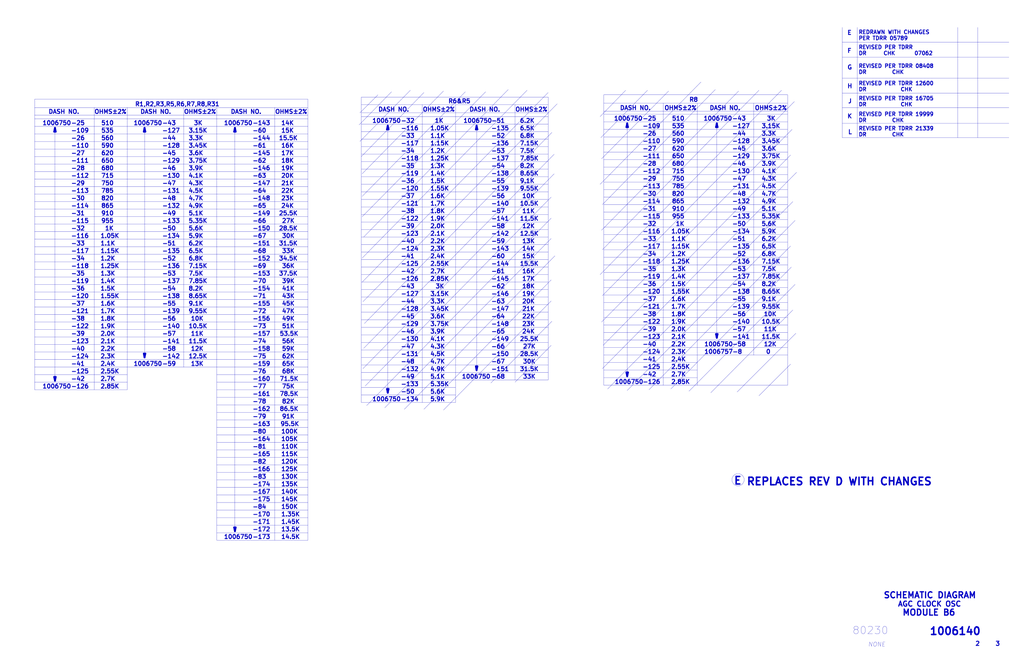
<source format=kicad_sch>
(kicad_sch (version 20211123) (generator eeschema)
  (paper "D")
  (polyline (pts (xy 509.27 274.32) (xy 664.21 274.32)) (stroke (width 0) (type solid)))
  (polyline (pts (xy 327.025 106.68) (xy 327.025 331.47)) (stroke (width 0) (type solid)))
  (polyline (pts (xy 605.155 281.94) (xy 604.52 285.115)) (stroke (width 1.524) (type solid)))
  (polyline (pts (xy 444.5 76.2) (xy 305.435 217.805)) (stroke (width 0) (type solid)))
  (polyline (pts (xy 182.88 347.98) (xy 259.715 347.98)) (stroke (width 0) (type solid)))
  (polyline (pts (xy 710.311 23.114) (xy 710.311 116.205)) (stroke (width 0) (type solid)))
  (polyline (pts (xy 304.8 212.725) (xy 462.28 212.725)) (stroke (width 0) (type solid)))
  (polyline (pts (xy 401.32 309.245) (xy 402.59 309.245)) (stroke (width 1.524) (type solid)))
  (polyline (pts (xy 29.21 316.23) (xy 107.315 316.23)) (stroke (width 0) (type solid)))
  (polyline (pts (xy 304.8 104.775) (xy 462.28 104.775)) (stroke (width 0) (type solid)))
  (polyline (pts (xy 154.94 90.805) (xy 154.94 309.88)) (stroke (width 0) (type solid)))
  (polyline (pts (xy 121.285 298.45) (xy 122.555 298.45)) (stroke (width 1.524) (type solid)))
  (polyline (pts (xy 603.25 75.565) (xy 508 172.72)) (stroke (width 0) (type solid)))
  (polyline (pts (xy 529.59 107.315) (xy 528.32 107.315)) (stroke (width 1.524) (type solid)))
  (polyline (pts (xy 182.88 392.43) (xy 259.715 392.43)) (stroke (width 0) (type solid)))
  (polyline (pts (xy 29.21 182.88) (xy 259.715 182.88)) (stroke (width 0) (type solid)))
  (polyline (pts (xy 509.27 147.32) (xy 664.21 147.32)) (stroke (width 0) (type solid)))
  (polyline (pts (xy 182.88 322.58) (xy 259.715 322.58)) (stroke (width 0) (type solid)))
  (polyline (pts (xy 46.355 107.95) (xy 46.99 111.125)) (stroke (width 1.524) (type solid)))
  (polyline (pts (xy 559.435 86.995) (xy 559.435 325.12)) (stroke (width 0) (type solid)))
  (polyline (pts (xy 666.75 307.34) (xy 640.08 334.01)) (stroke (width 0) (type solid)))
  (polyline (pts (xy 304.8 88.265) (xy 462.28 88.265)) (stroke (width 0) (type solid)))
  (polyline (pts (xy 231.775 90.805) (xy 231.775 455.93)) (stroke (width 0) (type solid)))
  (polyline (pts (xy 304.8 282.575) (xy 462.28 282.575)) (stroke (width 0) (type solid)))
  (polyline (pts (xy 304.8 174.625) (xy 462.28 174.625)) (stroke (width 0) (type solid)))
  (polyline (pts (xy 29.21 208.28) (xy 259.715 208.28)) (stroke (width 0) (type solid)))
  (polyline (pts (xy 506.095 231.775) (xy 659.13 76.2)) (stroke (width 0) (type solid)))
  (polyline (pts (xy 409.575 77.47) (xy 305.435 182.88)) (stroke (width 0) (type solid)))
  (polyline (pts (xy 304.8 219.075) (xy 462.28 219.075)) (stroke (width 0) (type solid)))
  (polyline (pts (xy 198.12 107.95) (xy 198.12 448.31)) (stroke (width 0) (type solid)))
  (polyline (pts (xy 182.88 430.53) (xy 259.715 430.53)) (stroke (width 0) (type solid)))
  (polyline (pts (xy 29.21 303.53) (xy 259.715 303.53)) (stroke (width 0) (type solid)))
  (polyline (pts (xy 107.315 328.93) (xy 107.315 90.805)) (stroke (width 0) (type solid)))
  (polyline (pts (xy 710.311 78.74) (xy 850.9 78.74)) (stroke (width 0) (type solid)))
  (polyline (pts (xy 621.665 330.835) (xy 671.195 281.305)) (stroke (width 0) (type solid)))
  (polyline (pts (xy 29.21 227.33) (xy 259.715 227.33)) (stroke (width 0) (type solid)))
  (polyline (pts (xy 326.39 328.295) (xy 327.66 328.295)) (stroke (width 1.524) (type solid)))
  (polyline (pts (xy 464.82 236.22) (xy 357.505 345.44)) (stroke (width 0) (type solid)))
  (polyline (pts (xy 304.8 95.25) (xy 462.28 95.25)) (stroke (width 0) (type solid)))
  (polyline (pts (xy 581.025 330.2) (xy 670.56 240.03)) (stroke (width 0) (type solid)))
  (polyline (pts (xy 182.88 328.93) (xy 259.715 328.93)) (stroke (width 0) (type solid)))
  (polyline (pts (xy 327.66 109.22) (xy 326.39 109.22)) (stroke (width 1.524) (type solid)))
  (polyline (pts (xy 509.27 109.22) (xy 664.21 109.22)) (stroke (width 0) (type solid)))
  (polyline (pts (xy 509.27 140.97) (xy 664.21 140.97)) (stroke (width 0) (type solid)))
  (polyline (pts (xy 509.27 115.57) (xy 664.21 115.57)) (stroke (width 0) (type solid)))
  (polyline (pts (xy 465.455 271.145) (xy 414.02 323.215)) (stroke (width 0) (type solid)))
  (polyline (pts (xy 528.32 314.325) (xy 529.59 314.325)) (stroke (width 1.524) (type solid)))
  (polyline (pts (xy 305.435 238.125) (xy 462.28 78.105)) (stroke (width 0) (type solid)))
  (polyline (pts (xy 304.8 142.875) (xy 462.28 142.875)) (stroke (width 0) (type solid)))
  (polyline (pts (xy 182.88 354.33) (xy 259.715 354.33)) (stroke (width 0) (type solid)))
  (polyline (pts (xy 710.311 35.56) (xy 850.9 35.56)) (stroke (width 0) (type solid)))
  (polyline (pts (xy 182.88 424.18) (xy 259.715 424.18)) (stroke (width 0) (type solid)))
  (polyline (pts (xy 326.39 109.22) (xy 327.025 106.045)) (stroke (width 1.524) (type solid)))
  (polyline (pts (xy 509.27 80.01) (xy 664.21 80.01)) (stroke (width 0) (type solid)))
  (polyline (pts (xy 509.27 160.02) (xy 664.21 160.02)) (stroke (width 0) (type solid)))
  (polyline (pts (xy 29.21 106.68) (xy 259.715 106.68)) (stroke (width 0) (type solid)))
  (polyline (pts (xy 509.27 128.27) (xy 664.21 128.27)) (stroke (width 0) (type solid)))
  (polyline (pts (xy 591.185 69.215) (xy 506.095 155.575)) (stroke (width 0) (type solid)))
  (polyline (pts (xy 667.385 225.425) (xy 565.785 328.295)) (stroke (width 0) (type solid)))
  (polyline (pts (xy 509.27 185.42) (xy 664.21 185.42)) (stroke (width 0) (type solid)))
  (polyline (pts (xy 304.8 155.575) (xy 462.28 155.575)) (stroke (width 0) (type solid)))
  (polyline (pts (xy 306.07 311.15) (xy 467.36 146.685)) (stroke (width 0) (type solid)))
  (polyline (pts (xy 29.21 240.03) (xy 259.715 240.03)) (stroke (width 0) (type solid)))
  (polyline (pts (xy 182.88 436.88) (xy 259.715 436.88)) (stroke (width 0) (type solid)))
  (polyline (pts (xy 346.075 76.2) (xy 303.53 119.38)) (stroke (width 0) (type solid)))
  (polyline (pts (xy 29.21 113.03) (xy 259.715 113.03)) (stroke (width 0) (type solid)))
  (polyline (pts (xy 304.8 123.825) (xy 462.28 123.825)) (stroke (width 0) (type solid)))
  (polyline (pts (xy 304.8 149.225) (xy 462.28 149.225)) (stroke (width 0) (type solid)))
  (polyline (pts (xy 603.885 281.94) (xy 605.155 281.94)) (stroke (width 1.524) (type solid)))
  (polyline (pts (xy 509.27 153.67) (xy 664.21 153.67)) (stroke (width 0) (type solid)))
  (polyline (pts (xy 509.27 248.92) (xy 664.21 248.92)) (stroke (width 0) (type solid)))
  (polyline (pts (xy 197.485 445.135) (xy 198.755 445.135)) (stroke (width 1.524) (type solid)))
  (polyline (pts (xy 304.8 130.175) (xy 462.28 130.175)) (stroke (width 0) (type solid)))
  (polyline (pts (xy 401.955 312.42) (xy 401.32 309.245)) (stroke (width 1.524) (type solid)))
  (polyline (pts (xy 182.88 443.23) (xy 259.715 443.23)) (stroke (width 0) (type solid)))
  (polyline (pts (xy 710.311 116.205) (xy 850.9 116.205)) (stroke (width 0) (type solid)))
  (polyline (pts (xy 29.21 328.93) (xy 29.21 83.82)) (stroke (width 0) (type solid)))
  (polyline (pts (xy 29.21 220.98) (xy 259.715 220.98)) (stroke (width 0) (type solid)))
  (polyline (pts (xy 434.34 88.265) (xy 434.34 320.675)) (stroke (width 0) (type solid)))
  (polyline (pts (xy 304.8 111.125) (xy 462.28 111.125)) (stroke (width 0) (type solid)))
  (polyline (pts (xy 340.995 345.44) (xy 467.995 215.9)) (stroke (width 0) (type solid)))
  (polyline (pts (xy 509.27 121.92) (xy 664.21 121.92)) (stroke (width 0) (type solid)))
  (polyline (pts (xy 529.59 314.325) (xy 528.955 317.5)) (stroke (width 1.524) (type solid)))
  (polyline (pts (xy 198.755 445.135) (xy 198.12 448.31)) (stroke (width 1.524) (type solid)))
  (polyline (pts (xy 182.88 316.23) (xy 259.715 316.23)) (stroke (width 0) (type solid)))
  (polyline (pts (xy 29.21 97.155) (xy 259.715 97.155)) (stroke (width 0) (type solid)))
  (polyline (pts (xy 305.435 165.735) (xy 392.43 77.47)) (stroke (width 0) (type solid)))
  (polyline (pts (xy 29.21 265.43) (xy 259.715 265.43)) (stroke (width 0) (type solid)))
  (polyline (pts (xy 509.27 267.97) (xy 664.21 267.97)) (stroke (width 0) (type solid)))
  (polyline (pts (xy 509.27 293.37) (xy 664.21 293.37)) (stroke (width 0) (type solid)))
  (polyline (pts (xy 807.72 23.114) (xy 807.72 116.205)) (stroke (width 0) (type solid)))
  (polyline (pts (xy 464.82 201.295) (xy 324.485 344.17)) (stroke (width 0) (type solid)))
  (polyline (pts (xy 664.21 80.01) (xy 664.21 325.12)) (stroke (width 0) (type solid)))
  (polyline (pts (xy 29.21 328.93) (xy 107.315 328.93)) (stroke (width 0) (type solid)))
  (polyline (pts (xy 509.27 217.17) (xy 664.21 217.17)) (stroke (width 0) (type solid)))
  (polyline (pts (xy 121.92 107.95) (xy 122.555 111.125)) (stroke (width 1.524) (type solid)))
  (polyline (pts (xy 330.2 77.47) (xy 302.895 105.41)) (stroke (width 0) (type solid)))
  (polyline (pts (xy 182.88 341.63) (xy 259.715 341.63)) (stroke (width 0) (type solid)))
  (polyline (pts (xy 509.27 102.87) (xy 664.21 102.87)) (stroke (width 0) (type solid)))
  (polyline (pts (xy 304.8 180.975) (xy 462.28 180.975)) (stroke (width 0) (type solid)))
  (polyline (pts (xy 182.88 360.68) (xy 259.715 360.68)) (stroke (width 0) (type solid)))
  (polyline (pts (xy 467.36 130.175) (xy 306.705 294.005)) (stroke (width 0) (type solid)))
  (polyline (pts (xy 122.555 298.45) (xy 121.92 301.625)) (stroke (width 1.524) (type solid)))
  (polyline (pts (xy 327.025 331.47) (xy 326.39 328.295)) (stroke (width 1.524) (type solid)))
  (polyline (pts (xy 121.92 301.625) (xy 121.285 298.45)) (stroke (width 1.524) (type solid)))
  (polyline (pts (xy 29.21 214.63) (xy 259.715 214.63)) (stroke (width 0) (type solid)))
  (polyline (pts (xy 198.755 111.125) (xy 197.485 111.125)) (stroke (width 1.524) (type solid)))
  (polyline (pts (xy 304.8 314.325) (xy 462.28 314.325)) (stroke (width 0) (type solid)))
  (polyline (pts (xy 182.88 335.28) (xy 259.715 335.28)) (stroke (width 0) (type solid)))
  (polyline (pts (xy 710.311 104.14) (xy 850.9 104.14)) (stroke (width 0) (type solid)))
  (polyline (pts (xy 122.555 111.125) (xy 121.285 111.125)) (stroke (width 1.524) (type solid)))
  (polyline (pts (xy 357.505 78.105) (xy 304.8 132.08)) (stroke (width 0) (type solid)))
  (polyline (pts (xy 29.21 144.78) (xy 259.715 144.78)) (stroke (width 0) (type solid)))
  (polyline (pts (xy 29.21 83.82) (xy 259.715 83.82)) (stroke (width 0) (type solid)))
  (polyline (pts (xy 528.955 104.14) (xy 528.955 317.5)) (stroke (width 0) (type solid)))
  (polyline (pts (xy 509.27 299.72) (xy 664.21 299.72)) (stroke (width 0) (type solid)))
  (polyline (pts (xy 304.8 250.825) (xy 462.28 250.825)) (stroke (width 0) (type solid)))
  (polyline (pts (xy 509.27 179.07) (xy 664.21 179.07)) (stroke (width 0) (type solid)))
  (polyline (pts (xy 304.8 320.675) (xy 462.28 320.675)) (stroke (width 0) (type solid)))
  (polyline (pts (xy 509.27 93.98) (xy 664.21 93.98)) (stroke (width 0) (type solid)))
  (polyline (pts (xy 307.34 273.05) (xy 465.455 111.76)) (stroke (width 0) (type solid)))
  (polyline (pts (xy 304.8 276.225) (xy 462.28 276.225)) (stroke (width 0) (type solid)))
  (polyline (pts (xy 46.99 318.135) (xy 46.355 321.31)) (stroke (width 1.524) (type solid)))
  (polyline (pts (xy 29.21 233.68) (xy 259.715 233.68)) (stroke (width 0) (type solid)))
  (polyline (pts (xy 671.83 145.415) (xy 508 311.15)) (stroke (width 0) (type solid)))
  (polyline (pts (xy 384.175 339.725) (xy 384.175 88.265)) (stroke (width 0) (type solid)))
  (polyline (pts (xy 29.21 189.23) (xy 259.715 189.23)) (stroke (width 0) (type solid)))
  (polyline (pts (xy 304.8 339.725) (xy 304.8 81.915)) (stroke (width 0) (type solid)))
  (polyline (pts (xy 304.8 333.375) (xy 384.175 333.375)) (stroke (width 0) (type solid)))
  (polyline (pts (xy 304.8 98.425) (xy 462.28 98.425)) (stroke (width 0) (type solid)))
  (polyline (pts (xy 604.52 104.14) (xy 605.155 107.315)) (stroke (width 1.524) (type solid)))
  (polyline (pts (xy 29.21 90.805) (xy 259.715 90.805)) (stroke (width 0) (type solid)))
  (polyline (pts (xy 508.635 291.465) (xy 666.75 130.81)) (stroke (width 0) (type solid)))
  (polyline (pts (xy 304.8 136.525) (xy 462.28 136.525)) (stroke (width 0) (type solid)))
  (polyline (pts (xy 29.21 284.48) (xy 259.715 284.48)) (stroke (width 0) (type solid)))
  (polyline (pts (xy 509.27 166.37) (xy 664.21 166.37)) (stroke (width 0) (type solid)))
  (polyline (pts (xy 669.925 85.725) (xy 508 249.555)) (stroke (width 0) (type solid)))
  (polyline (pts (xy 507.365 194.31) (xy 622.935 76.835)) (stroke (width 0) (type solid)))
  (polyline (pts (xy 509.27 287.02) (xy 664.21 287.02)) (stroke (width 0) (type solid)))
  (polyline (pts (xy 79.375 328.93) (xy 79.375 90.805)) (stroke (width 0) (type solid)))
  (polyline (pts (xy 509.27 229.87) (xy 664.21 229.87)) (stroke (width 0) (type solid)))
  (polyline (pts (xy 29.21 151.13) (xy 259.715 151.13)) (stroke (width 0) (type solid)))
  (polyline (pts (xy 723.011 23.114) (xy 723.011 116.205)) (stroke (width 0) (type solid)))
  (polyline (pts (xy 509.27 312.42) (xy 588.01 312.42)) (stroke (width 0) (type solid)))
  (polyline (pts (xy 509.27 210.82) (xy 664.21 210.82)) (stroke (width 0) (type solid)))
  (polyline (pts (xy 304.8 187.325) (xy 462.28 187.325)) (stroke (width 0) (type solid)))
  (polyline (pts (xy 29.21 322.58) (xy 107.315 322.58)) (stroke (width 0) (type solid)))
  (polyline (pts (xy 182.88 379.73) (xy 259.715 379.73)) (stroke (width 0) (type solid)))
  (polyline (pts (xy 304.8 117.475) (xy 462.28 117.475)) (stroke (width 0) (type solid)))
  (polyline (pts (xy 509.27 261.62) (xy 664.21 261.62)) (stroke (width 0) (type solid)))
  (polyline (pts (xy 304.8 295.275) (xy 462.28 295.275)) (stroke (width 0) (type solid)))
  (polyline (pts (xy 304.8 231.775) (xy 462.28 231.775)) (stroke (width 0) (type solid)))
  (polyline (pts (xy 29.21 157.48) (xy 259.715 157.48)) (stroke (width 0) (type solid)))
  (polyline (pts (xy 509.27 325.12) (xy 509.27 80.01)) (stroke (width 0) (type solid)))
  (polyline (pts (xy 402.59 109.22) (xy 401.32 109.22)) (stroke (width 1.524) (type solid)))
  (polyline (pts (xy 356.235 88.265) (xy 356.235 339.725)) (stroke (width 0) (type solid)))
  (polyline (pts (xy 304.8 193.675) (xy 462.28 193.675)) (stroke (width 0) (type solid)))
  (polyline (pts (xy 509.27 204.47) (xy 664.21 204.47)) (stroke (width 0) (type solid)))
  (polyline (pts (xy 304.8 288.925) (xy 462.28 288.925)) (stroke (width 0) (type solid)))
  (polyline (pts (xy 710.311 48.26) (xy 850.9 48.26)) (stroke (width 0) (type solid)))
  (polyline (pts (xy 304.8 238.125) (xy 462.28 238.125)) (stroke (width 0) (type solid)))
  (polyline (pts (xy 46.355 321.31) (xy 45.72 318.135)) (stroke (width 1.524) (type solid)))
  (polyline (pts (xy 528.32 107.315) (xy 528.955 104.14)) (stroke (width 1.524) (type solid)))
  (polyline (pts (xy 509.27 198.12) (xy 664.21 198.12)) (stroke (width 0) (type solid)))
  (polyline (pts (xy 374.015 346.075) (xy 464.82 254)) (stroke (width 0) (type solid)))
  (polyline (pts (xy 469.9 87.63) (xy 306.07 254.635)) (stroke (width 0) (type solid)))
  (polyline (pts (xy 640.08 76.2) (xy 508 210.82)) (stroke (width 0) (type solid)))
  (polyline (pts (xy 509.27 191.77) (xy 664.21 191.77)) (stroke (width 0) (type solid)))
  (polyline (pts (xy 670.56 186.055) (xy 528.955 329.565)) (stroke (width 0) (type solid)))
  (polyline (pts (xy 182.88 398.78) (xy 259.715 398.78)) (stroke (width 0) (type solid)))
  (polyline (pts (xy 509.27 96.52) (xy 664.21 96.52)) (stroke (width 0) (type solid)))
  (polyline (pts (xy 29.21 309.88) (xy 259.715 309.88)) (stroke (width 0) (type solid)))
  (polyline (pts (xy 710.311 90.805) (xy 850.9 90.805)) (stroke (width 0) (type solid)))
  (polyline (pts (xy 635.635 86.995) (xy 635.635 299.72)) (stroke (width 0) (type solid)))
  (polyline (pts (xy 464.82 166.37) (xy 307.975 325.755)) (stroke (width 0) (type solid)))
  (polyline (pts (xy 509.27 306.07) (xy 588.01 306.07)) (stroke (width 0) (type solid)))
  (polyline (pts (xy 304.8 307.975) (xy 462.28 307.975)) (stroke (width 0) (type solid)))
  (polyline (pts (xy 182.88 411.48) (xy 259.715 411.48)) (stroke (width 0) (type solid)))
  (polyline (pts (xy 710.311 66.04) (xy 850.9 66.04)) (stroke (width 0) (type solid)))
  (polyline (pts (xy 327.66 328.295) (xy 327.025 331.47)) (stroke (width 1.524) (type solid)))
  (polyline (pts (xy 182.88 367.03) (xy 259.715 367.03)) (stroke (width 0) (type solid)))
  (polyline (pts (xy 46.355 107.95) (xy 46.355 321.945)) (stroke (width 0) (type solid)))
  (polyline (pts (xy 306.705 200.025) (xy 428.625 75.565)) (stroke (width 0) (type solid)))
  (polyline (pts (xy 182.88 455.93) (xy 259.715 455.93)) (stroke (width 0) (type solid)))
  (polyline (pts (xy 182.88 405.13) (xy 259.715 405.13)) (stroke (width 0) (type solid)))
  (polyline (pts (xy 509.27 280.67) (xy 664.21 280.67)) (stroke (width 0) (type solid)))
  (polyline (pts (xy 198.12 107.95) (xy 198.755 111.125)) (stroke (width 1.524) (type solid)))
  (polyline (pts (xy 605.155 107.315) (xy 603.885 107.315)) (stroke (width 1.524) (type solid)))
  (polyline (pts (xy 401.32 109.22) (xy 401.955 106.045)) (stroke (width 1.524) (type solid)))
  (polyline (pts (xy 604.52 285.115) (xy 603.885 281.94)) (stroke (width 1.524) (type solid)))
  (polyline (pts (xy 374.015 76.835) (xy 305.435 146.685)) (stroke (width 0) (type solid)))
  (polyline (pts (xy 668.02 109.22) (xy 507.365 271.78)) (stroke (width 0) (type solid)))
  (polyline (pts (xy 29.21 259.08) (xy 259.715 259.08)) (stroke (width 0) (type solid)))
  (polyline (pts (xy 29.21 163.83) (xy 259.715 163.83)) (stroke (width 0) (type solid)))
  (polyline (pts (xy 304.8 168.275) (xy 462.28 168.275)) (stroke (width 0) (type solid)))
  (polyline (pts (xy 29.21 176.53) (xy 259.715 176.53)) (stroke (width 0) (type solid)))
  (polyline (pts (xy 309.245 342.265) (xy 464.82 184.15)) (stroke (width 0) (type solid)))
  (polyline (pts (xy 509.27 236.22) (xy 664.21 236.22)) (stroke (width 0) (type solid)))
  (polyline (pts (xy 507.365 133.985) (xy 563.88 76.835)) (stroke (width 0) (type solid)))
  (polyline (pts (xy 509.27 86.995) (xy 664.21 86.995)) (stroke (width 0) (type solid)))
  (polyline (pts (xy 197.485 111.125) (xy 198.12 107.95)) (stroke (width 1.524) (type solid)))
  (polyline (pts (xy 528.955 317.5) (xy 528.32 314.325)) (stroke (width 1.524) (type solid)))
  (polyline (pts (xy 304.8 339.725) (xy 384.175 339.725)) (stroke (width 0) (type solid)))
  (polyline (pts (xy 29.21 271.78) (xy 259.715 271.78)) (stroke (width 0) (type solid)))
  (polyline (pts (xy 304.8 200.025) (xy 462.28 200.025)) (stroke (width 0) (type solid)))
  (polyline (pts (xy 121.285 111.125) (xy 121.92 107.95)) (stroke (width 1.524) (type solid)))
  (polyline (pts (xy 29.21 278.13) (xy 259.715 278.13)) (stroke (width 0) (type solid)))
  (polyline (pts (xy 182.88 373.38) (xy 259.715 373.38)) (stroke (width 0) (type solid)))
  (polyline (pts (xy 434.34 322.58) (xy 464.82 291.465)) (stroke (width 0) (type solid)))
  (polyline (pts (xy 603.885 107.315) (xy 604.52 104.14)) (stroke (width 1.524) (type solid)))
  (polyline (pts (xy 401.955 106.045) (xy 402.59 109.22)) (stroke (width 1.524) (type solid)))
  (polyline (pts (xy 182.88 449.58) (xy 259.715 449.58)) (stroke (width 0) (type solid)))
  (polyline (pts (xy 604.52 104.14) (xy 604.52 285.115)) (stroke (width 0) (type solid)))
  (polyline (pts (xy 506.095 98.425) (xy 527.685 76.2)) (stroke (width 0) (type solid)))
  (polyline (pts (xy 29.21 246.38) (xy 259.715 246.38)) (stroke (width 0) (type solid)))
  (polyline (pts (xy 509.27 255.27) (xy 664.21 255.27)) (stroke (width 0) (type solid)))
  (polyline (pts (xy 509.27 223.52) (xy 664.21 223.52)) (stroke (width 0) (type solid)))
  (polyline (pts (xy 198.12 448.31) (xy 197.485 445.135)) (stroke (width 1.524) (type solid)))
  (polyline (pts (xy 304.8 161.925) (xy 462.28 161.925)) (stroke (width 0) (type solid)))
  (polyline (pts (xy 528.955 104.14) (xy 529.59 107.315)) (stroke (width 1.524) (type solid)))
  (polyline (pts (xy 547.37 328.93) (xy 666.75 207.645)) (stroke (width 0) (type solid)))
  (polyline (pts (xy 304.8 301.625) (xy 462.28 301.625)) (stroke (width 0) (type solid)))
  (polyline (pts (xy 462.28 81.915) (xy 462.28 320.675)) (stroke (width 0) (type solid)))
  (polyline (pts (xy 304.8 257.175) (xy 462.28 257.175)) (stroke (width 0) (type solid)))
  (polyline (pts (xy 29.21 290.83) (xy 259.715 290.83)) (stroke (width 0) (type solid)))
  (polyline (pts (xy 509.27 242.57) (xy 664.21 242.57)) (stroke (width 0) (type solid)))
  (polyline (pts (xy 824.611 23.114) (xy 824.611 116.205)) (stroke (width 0) (type solid)))
  (polyline (pts (xy 509.27 325.12) (xy 664.21 325.12)) (stroke (width 0) (type solid)))
  (polyline (pts (xy 304.8 225.425) (xy 462.28 225.425)) (stroke (width 0) (type solid)))
  (polyline (pts (xy 182.88 90.805) (xy 182.88 455.93)) (stroke (width 0) (type solid)))
  (polyline (pts (xy 45.72 318.135) (xy 46.99 318.135)) (stroke (width 1.524) (type solid)))
  (polyline (pts (xy 509.27 134.62) (xy 664.21 134.62)) (stroke (width 0) (type solid)))
  (polyline (pts (xy 29.21 195.58) (xy 259.715 195.58)) (stroke (width 0) (type solid)))
  (polyline (pts (xy 401.955 106.045) (xy 401.955 312.42)) (stroke (width 0) (type solid)))
  (polyline (pts (xy 509.27 172.72) (xy 664.21 172.72)) (stroke (width 0) (type solid)))
  (polyline (pts (xy 668.655 261.62) (xy 599.44 331.47)) (stroke (width 0) (type solid)))
  (polyline (pts (xy 29.21 297.18) (xy 259.715 297.18)) (stroke (width 0) (type solid)))
  (polyline (pts (xy 182.88 386.08) (xy 259.715 386.08)) (stroke (width 0) (type solid)))
  (polyline (pts (xy 512.445 328.295) (xy 668.655 170.18)) (stroke (width 0) (type solid)))
  (polyline (pts (xy 318.77 80.01) (xy 303.53 95.25)) (stroke (width 0) (type solid)))
  (polyline (pts (xy 29.21 125.73) (xy 259.715 125.73)) (stroke (width 0) (type solid)))
  (polyline (pts (xy 29.21 132.08) (xy 259.715 132.08)) (stroke (width 0) (type solid)))
  (polyline (pts (xy 259.715 83.82) (xy 259.715 455.93)) (stroke (width 0) (type solid)))
  (polyline (pts (xy 182.88 417.83) (xy 259.715 417.83)) (stroke (width 0) (type solid)))
  (polyline (pts (xy 46.99 111.125) (xy 45.72 111.125)) (stroke (width 1.524) (type solid)))
  (polyline (pts (xy 304.8 327.025) (xy 384.175 327.025)) (stroke (width 0) (type solid)))
  (polyline (pts (xy 45.72 111.125) (xy 46.355 107.95)) (stroke (width 1.524) (type solid)))
  (polyline (pts (xy 304.8 244.475) (xy 462.28 244.475)) (stroke (width 0) (type solid)))
  (polyline (pts (xy 29.21 119.38) (xy 259.715 119.38)) (stroke (width 0) (type solid)))
  (polyline (pts (xy 29.21 252.73) (xy 259.715 252.73)) (stroke (width 0) (type solid)))
  (polyline (pts (xy 402.59 309.245) (xy 401.955 312.42)) (stroke (width 1.524) (type solid)))
  (polyline (pts (xy 304.8 206.375) (xy 462.28 206.375)) (stroke (width 0) (type solid)))
  (polyline (pts (xy 29.21 100.33) (xy 259.715 100.33)) (stroke (width 0) (type solid)))
  (polyline (pts (xy 304.8 263.525) (xy 462.28 263.525)) (stroke (width 0) (type solid)))
  (polyline (pts (xy 509.27 318.77) (xy 588.01 318.77)) (stroke (width 0) (type solid)))
  (polyline (pts (xy 304.8 81.915) (xy 462.28 81.915)) (stroke (width 0) (type solid)))
  (polyline (pts (xy 29.21 138.43) (xy 259.715 138.43)) (stroke (width 0) (type solid)))
  (polyline (pts (xy 588.01 325.12) (xy 588.01 86.995)) (stroke (width 0) (type solid)))
  (polyline (pts (xy 327.025 106.045) (xy 327.66 109.22)) (stroke (width 1.524) (type solid)))
  (polyline (pts (xy 29.21 201.93) (xy 259.715 201.93)) (stroke (width 0) (type solid)))
  (polyline (pts (xy 304.8 269.875) (xy 462.28 269.875)) (stroke (width 0) (type solid)))
  (polyline (pts (xy 29.21 170.18) (xy 259.715 170.18)) (stroke (width 0) (type solid)))
  (polyline (pts (xy 546.1 76.2) (xy 506.73 116.205)) (stroke (width 0) (type solid)))
  (polyline (pts (xy 121.92 107.95) (xy 121.92 301.625)) (stroke (width 0) (type solid)))
  (text "-140" (at 617.22 273.685 0) (effects (font (size 3.556 3.556) (thickness 0.7112) bold) (justify left bottom)))
  (text "865" (at 85.09 175.895 0) (effects (font (size 3.556 3.556) (thickness 0.7112) bold) (justify left bottom)))
  (text "2.55K" (at 565.785 311.785 0) (effects (font (size 3.556 3.556) (thickness 0.7112) bold) (justify left bottom)))
  (text "115K" (at 236.855 385.445 0) (effects (font (size 3.556 3.556) (thickness 0.7112) bold) (justify left bottom)))
  (text "-52" (at 136.525 220.345 0) (effects (font (size 3.556 3.556) (thickness 0.7112) bold) (justify left bottom)))
  (text "-135" (at 414.02 110.49 0) (effects (font (size 3.556 3.556) (thickness 0.7112) bold) (justify left bottom)))
  (text "34.5K" (at 234.95 220.345 0) (effects (font (size 3.556 3.556) (thickness 0.7112) bold) (justify left bottom)))
  (text "REVISED PER TDRR 08408\nDR         CHK" (at 723.9 62.865 0) (effects (font (size 3.175 3.175) (thickness 0.635) bold) (justify left bottom)))
  (text "-143" (at 212.725 106.045 0) (effects (font (size 3.556 3.556) (thickness 0.7112) bold) (justify left bottom)))
  (text "14.5K" (at 236.855 455.295 0) (effects (font (size 3.556 3.556) (thickness 0.7112) bold) (justify left bottom)))
  (text "-59" (at 414.02 205.74 0) (effects (font (size 3.556 3.556) (thickness 0.7112) bold) (justify left bottom)))
  (text "-28" (at 541.655 140.335 0) (effects (font (size 3.556 3.556) (thickness 0.7112) bold) (justify left bottom)))
  (text "-52" (at 617.22 216.535 0) (effects (font (size 3.556 3.556) (thickness 0.7112) bold) (justify left bottom)))
  (text "-70" (at 212.725 239.395 0) (effects (font (size 3.556 3.556) (thickness 0.7112) bold) (justify left bottom)))
  (text "53.5K" (at 235.585 283.845 0) (effects (font (size 3.556 3.556) (thickness 0.7112) bold) (justify left bottom)))
  (text "13K" (at 160.655 309.245 0) (effects (font (size 3.556 3.556) (thickness 0.7112) bold) (justify left bottom)))
  (text "-37" (at 59.69 258.445 0) (effects (font (size 3.556 3.556) (thickness 0.7112) bold) (justify left bottom)))
  (text "10K" (at 440.055 167.64 0) (effects (font (size 3.556 3.556) (thickness 0.7112) bold) (justify left bottom)))
  (text "2.55K" (at 84.455 315.595 0) (effects (font (size 3.556 3.556) (thickness 0.7112) bold) (justify left bottom)))
  (text "2.2K" (at 565.785 292.735 0) (effects (font (size 3.556 3.556) (thickness 0.7112) bold) (justify left bottom)))
  (text "-42" (at 337.82 231.14 0) (effects (font (size 3.556 3.556) (thickness 0.7112) bold) (justify left bottom)))
  (text "130K" (at 236.855 404.495 0) (effects (font (size 3.556 3.556) (thickness 0.7112) bold) (justify left bottom)))
  (text "-35" (at 59.69 233.045 0) (effects (font (size 3.556 3.556) (thickness 0.7112) bold) (justify left bottom)))
  (text "4.1K" (at 641.985 146.685 0) (effects (font (size 3.556 3.556) (thickness 0.7112) bold) (justify left bottom)))
  (text "4.7K" (at 641.985 165.735 0) (effects (font (size 3.556 3.556) (thickness 0.7112) bold) (justify left bottom)))
  (text "-74" (at 212.725 290.195 0) (effects (font (size 3.556 3.556) (thickness 0.7112) bold) (justify left bottom)))
  (text "-112" (at 541.655 146.685 0) (effects (font (size 3.556 3.556) (thickness 0.7112) bold) (justify left bottom)))
  (text "-43" (at 617.22 102.235 0) (effects (font (size 3.556 3.556) (thickness 0.7112) bold) (justify left bottom)))
  (text "1.1K" (at 84.455 207.645 0) (effects (font (size 3.556 3.556) (thickness 0.7112) bold) (justify left bottom)))
  (text "3K" (at 646.43 102.235 0) (effects (font (size 3.556 3.556) (thickness 0.7112) bold) (justify left bottom)))
  (text "-112" (at 59.69 150.495 0) (effects (font (size 3.556 3.556) (thickness 0.7112) bold) (justify left bottom)))
  (text "6.8K" (at 641.985 216.535 0) (effects (font (size 3.556 3.556) (thickness 0.7112) bold) (justify left bottom)))
  (text "17K" (at 236.855 131.445 0) (effects (font (size 3.556 3.556) (thickness 0.7112) bold) (justify left bottom)))
  (text "-35" (at 541.655 229.235 0) (effects (font (size 3.556 3.556) (thickness 0.7112) bold) (justify left bottom)))
  (text "-146" (at 414.02 250.19 0) (effects (font (size 3.556 3.556) (thickness 0.7112) bold) (justify left bottom)))
  (text "650" (at 85.09 137.795 0) (effects (font (size 3.556 3.556) (thickness 0.7112) bold) (justify left bottom)))
  (text "-133" (at 617.22 184.785 0) (effects (font (size 3.556 3.556) (thickness 0.7112) bold) (justify left bottom)))
  (text "-166" (at 212.725 398.145 0) (effects (font (size 3.556 3.556) (thickness 0.7112) bold) (justify left bottom)))
  (text "1.7K" (at 565.785 260.985 0) (effects (font (size 3.556 3.556) (thickness 0.7112) bold) (justify left bottom)))
  (text "23K" (at 236.855 169.545 0) (effects (font (size 3.556 3.556) (thickness 0.7112) bold) (justify left bottom)))
  (text "-139" (at 617.22 260.985 0) (effects (font (size 3.556 3.556) (thickness 0.7112) bold) (justify left bottom)))
  (text "1.5K" (at 362.585 154.94 0) (effects (font (size 3.556 3.556) (thickness 0.7112) bold) (justify left bottom)))
  (text "-40" (at 59.69 296.545 0) (effects (font (size 3.556 3.556) (thickness 0.7112) bold) (justify left bottom)))
  (text "-60" (at 212.725 112.395 0) (effects (font (size 3.556 3.556) (thickness 0.7112) bold) (justify left bottom)))
  (text "-42" (at 59.69 321.945 0) (effects (font (size 3.556 3.556) (thickness 0.7112) bold) (justify left bottom)))
  (text "-145" (at 212.725 131.445 0) (effects (font (size 3.556 3.556) (thickness 0.7112) bold) (justify left bottom)))
  (text "-110" (at 541.655 121.285 0) (effects (font (size 3.556 3.556) (thickness 0.7112) bold) (justify left bottom)))
  (text "-49" (at 337.82 320.04 0) (effects (font (size 3.556 3.556) (thickness 0.7112) bold) (justify left bottom)))
  (text "4.3K" (at 641.985 153.035 0) (effects (font (size 3.556 3.556) (thickness 0.7112) bold) (justify left bottom)))
  (text "7.85K" (at 641.985 235.585 0) (effects (font (size 3.556 3.556) (thickness 0.7112) bold) (justify left bottom)))
  (text "955" (at 85.09 188.595 0) (effects (font (size 3.556 3.556) (thickness 0.7112) bold) (justify left bottom)))
  (text "4.9K" (at 641.985 172.085 0) (effects (font (size 3.556 3.556) (thickness 0.7112) bold) (justify left bottom)))
  (text "10K" (at 643.89 267.335 0) (effects (font (size 3.556 3.556) (thickness 0.7112) bold) (justify left bottom)))
  (text "-33" (at 337.82 116.84 0) (effects (font (size 3.556 3.556) (thickness 0.7112) bold) (justify left bottom)))
  (text "-27" (at 59.69 131.445 0) (effects (font (size 3.556 3.556) (thickness 0.7112) bold) (justify left bottom)))
  (text "-71" (at 212.725 252.095 0) (effects (font (size 3.556 3.556) (thickness 0.7112) bold) (justify left bottom)))
  (text "7.5K" (at 641.985 229.235 0) (effects (font (size 3.556 3.556) (thickness 0.7112) bold) (justify left bottom)))
  (text "-109" (at 59.69 112.395 0) (effects (font (size 3.556 3.556) (thickness 0.7112) bold) (justify left bottom)))
  (text "-26" (at 541.655 114.935 0) (effects (font (size 3.556 3.556) (thickness 0.7112) bold) (justify left bottom)))
  (text "-39" (at 541.655 280.035 0) (effects (font (size 3.556 3.556) (thickness 0.7112) bold) (justify left bottom)))
  (text "DASH NO." (at 598.17 93.345 0) (effects (font (size 3.556 3.556) (thickness 0.7112) bold) (justify left bottom)))
  (text "-83" (at 212.725 404.495 0) (effects (font (size 3.556 3.556) (thickness 0.7112) bold) (justify left bottom)))
  (text "18K" (at 236.855 137.795 0) (effects (font (size 3.556 3.556) (thickness 0.7112) bold) (justify left bottom)))
  (text "-31" (at 541.655 178.435 0) (effects (font (size 3.556 3.556) (thickness 0.7112) bold) (justify left bottom)))
  (text "-41" (at 541.655 305.435 0) (effects (font (size 3.556 3.556) (thickness 0.7112) bold) (justify left bottom)))
  (text "-72" (at 212.725 264.795 0) (effects (font (size 3.556 3.556) (thickness 0.7112) bold) (justify left bottom)))
  (text "18K" (at 440.055 243.84 0) (effects (font (size 3.556 3.556) (thickness 0.7112) bold) (justify left bottom)))
  (text "-28" (at 59.69 144.145 0) (effects (font (size 3.556 3.556) (thickness 0.7112) bold) (justify left bottom)))
  (text "-58" (at 617.22 292.735 0) (effects (font (size 3.556 3.556) (thickness 0.7112) bold) (justify left bottom)))
  (text "11.5K" (at 641.985 286.385 0) (effects (font (size 3.556 3.556) (thickness 0.7112) bold) (justify left bottom)))
  (text "-61" (at 414.02 231.14 0) (effects (font (size 3.556 3.556) (thickness 0.7112) bold) (justify left bottom)))
  (text "82K" (at 237.49 340.995 0) (effects (font (size 3.556 3.556) (thickness 0.7112) bold) (justify left bottom)))
  (text "-55" (at 617.22 254.635 0) (effects (font (size 3.556 3.556) (thickness 0.7112) bold) (justify left bottom)))
  (text "-132" (at 136.525 175.895 0) (effects (font (size 3.556 3.556) (thickness 0.7112) bold) (justify left bottom)))
  (text "1006750" (at 518.16 324.485 0) (effects (font (size 3.556 3.556) (thickness 0.7112) bold) (justify left bottom)))
  (text "-45" (at 136.525 131.445 0) (effects (font (size 3.556 3.556) (thickness 0.7112) bold) (justify left bottom)))
  (text "1006750" (at 517.525 102.235 0) (effects (font (size 3.556 3.556) (thickness 0.7112) bold) (justify left bottom)))
  (text "2.85K" (at 84.455 328.295 0) (effects (font (size 3.556 3.556) (thickness 0.7112) bold) (justify left bottom)))
  (text "910" (at 85.09 182.245 0) (effects (font (size 3.556 3.556) (thickness 0.7112) bold) (justify left bottom)))
  (text "3K" (at 367.03 243.84 0) (effects (font (size 3.556 3.556) (thickness 0.7112) bold) (justify left bottom)))
  (text "1006140" (at 783.59 536.575 0) (effects (font (size 6.35 6.35) (thickness 1.27) bold) (justify left bottom)))
  (text "-137" (at 136.525 239.395 0) (effects (font (size 3.556 3.556) (thickness 0.7112) bold) (justify left bottom)))
  (text "24K" (at 236.855 175.895 0) (effects (font (size 3.556 3.556) (thickness 0.7112) bold) (justify left bottom)))
  (text "24K" (at 440.055 281.94 0) (effects (font (size 3.556 3.556) (thickness 0.7112) bold) (justify left bottom)))
  (text "86.5K" (at 235.585 347.345 0) (effects (font (size 3.556 3.556) (thickness 0.7112) bold) (justify left bottom)))
  (text "-32" (at 59.69 194.945 0) (effects (font (size 3.556 3.556) (thickness 0.7112) bold) (justify left bottom)))
  (text "1006750" (at 313.69 339.09 0) (effects (font (size 3.556 3.556) (thickness 0.7112) bold) (justify left bottom)))
  (text "REDRAWN WITH CHANGES\nPER TDRR 05789" (at 723.9 34.29 0) (effects (font (size 3.175 3.175) (thickness 0.635) bold) (justify left bottom)))
  (text "28.5K" (at 234.95 194.945 0) (effects (font (size 3.556 3.556) (thickness 0.7112) bold) (justify left bottom)))
  (text "-136" (at 136.525 226.695 0) (effects (font (size 3.556 3.556) (thickness 0.7112) bold) (justify left bottom)))
  (text "8.2K" (at 158.75 245.745 0) (effects (font (size 3.556 3.556) (thickness 0.7112) bold) (justify left bottom)))
  (text "-127" (at 337.82 250.19 0) (effects (font (size 3.556 3.556) (thickness 0.7112) bold) (justify left bottom)))
  (text "-138" (at 617.22 248.285 0) (effects (font (size 3.556 3.556) (thickness 0.7112) bold) (justify left bottom)))
  (text "3.15K" (at 641.985 108.585 0) (effects (font (size 3.556 3.556) (thickness 0.7112) bold) (justify left bottom)))
  (text "SCHEMATIC DIAGRAM" (at 744.855 505.46 0) (effects (font (size 5.08 5.08) (thickness 1.016) bold) (justify left bottom)))
  (text "-45" (at 617.22 127.635 0) (effects (font (size 3.556 3.556) (thickness 0.7112) bold) (justify left bottom)))
  (text "2.1K" (at 565.785 286.385 0) (effects (font (size 3.556 3.556) (thickness 0.7112) bold) (justify left bottom)))
  (text "2.0K" (at 362.585 193.04 0) (effects (font (size 3.556 3.556) (thickness 0.7112) bold) (justify left bottom)))
  (text "14K" (at 236.855 106.045 0) (effects (font (size 3.556 3.556) (thickness 0.7112) bold) (justify left bottom)))
  (text "DASH NO." (at 395.605 94.615 0) (effects (font (size 3.556 3.556) (thickness 0.7112) bold) (justify left bottom)))
  (text "-129" (at 136.525 137.795 0) (effects (font (size 3.556 3.556) (thickness 0.7112) bold) (justify left bottom)))
  (text "J" (at 715.01 87.63 0) (effects (font (size 3.556 3.556) (thickness 0.7112) bold) (justify left bottom)))
  (text "-79" (at 212.725 353.695 0) (effects (font (size 3.556 3.556) (thickness 0.7112) bold) (justify left bottom)))
  (text "1.35K" (at 236.855 436.245 0) (effects (font (size 3.556 3.556) (thickness 0.7112) bold) (justify left bottom)))
  (text "-150" (at 414.02 300.99 0) (effects (font (size 3.556 3.556) (thickness 0.7112) bold) (justify left bottom)))
  (text "1006750" (at 389.255 320.04 0) (effects (font (size 3.556 3.556) (thickness 0.7112) bold) (justify left bottom)))
  (text "-34" (at 59.69 220.345 0) (effects (font (size 3.556 3.556) (thickness 0.7112) bold) (justify left bottom)))
  (text "33K" (at 440.69 320.04 0) (effects (font (size 3.556 3.556) (thickness 0.7112) bold) (justify left bottom)))
  (text "2.85K" (at 362.585 237.49 0) (effects (font (size 3.556 3.556) (thickness 0.7112) bold) (justify left bottom)))
  (text "1006750" (at 35.56 328.295 0) (effects (font (size 3.556 3.556) (thickness 0.7112) bold) (justify left bottom)))
  (text "28.5K" (at 438.15 300.99 0) (effects (font (size 3.556 3.556) (thickness 0.7112) bold) (justify left bottom)))
  (text "-46" (at 337.82 281.94 0) (effects (font (size 3.556 3.556) (thickness 0.7112) bold) (justify left bottom)))
  (text "-115" (at 541.655 184.785 0) (effects (font (size 3.556 3.556) (thickness 0.7112) bold) (justify left bottom)))
  (text "-34" (at 541.655 216.535 0) (effects (font (size 3.556 3.556) (thickness 0.7112) bold) (justify left bottom)))
  (text "1.3K" (at 565.785 229.235 0) (effects (font (size 3.556 3.556) (thickness 0.7112) bold) (justify left bottom)))
  (text "-147" (at 414.02 262.89 0) (effects (font (size 3.556 3.556) (thickness 0.7112) bold) (justify left bottom)))
  (text "-134" (at 617.22 197.485 0) (effects (font (size 3.556 3.556) (thickness 0.7112) bold) (justify left bottom)))
  (text "-151" (at 414.02 313.69 0) (effects (font (size 3.556 3.556) (thickness 0.7112) bold) (justify left bottom)))
  (text "-119" (at 59.69 239.395 0) (effects (font (size 3.556 3.556) (thickness 0.7112) bold) (justify left bottom)))
  (text "R6&R5" (at 377.825 87.63 0) (effects (font (size 3.556 3.556) (thickness 0.7112) bold) (justify left bottom)))
  (text "-116" (at 337.82 110.49 0) (effects (font (size 3.556 3.556) (thickness 0.7112) bold) (justify left bottom)))
  (text "-160" (at 212.725 321.945 0) (effects (font (size 3.556 3.556) (thickness 0.7112) bold) (justify left bottom)))
  (text "-58" (at 414.02 193.04 0) (effects (font (size 3.556 3.556) (thickness 0.7112) bold) (justify left bottom)))
  (text "150K" (at 236.855 429.895 0) (effects (font (size 3.556 3.556) (thickness 0.7112) bold) (justify left bottom)))
  (text "-136" (at 414.02 123.19 0) (effects (font (size 3.556 3.556) (thickness 0.7112) bold) (justify left bottom)))
  (text "5.6K" (at 158.75 194.945 0) (effects (font (size 3.556 3.556) (thickness 0.7112) bold) (justify left bottom)))
  (text "14K" (at 440.055 212.09 0) (effects (font (size 3.556 3.556) (thickness 0.7112) bold) (justify left bottom)))
  (text "-46" (at 617.22 140.335 0) (effects (font (size 3.556 3.556) (thickness 0.7112) bold) (justify left bottom)))
  (text "8.2K" (at 438.15 142.24 0) (effects (font (size 3.556 3.556) (thickness 0.7112) bold) (justify left bottom)))
  (text "-141" (at 414.02 186.69 0) (effects (font (size 3.556 3.556) (thickness 0.7112) bold) (justify left bottom)))
  (text "2.7K" (at 84.455 321.945 0) (effects (font (size 3.556 3.556) (thickness 0.7112) bold) (justify left bottom)))
  (text "-55" (at 414.02 154.94 0) (effects (font (size 3.556 3.556) (thickness 0.7112) bold) (justify left bottom)))
  (text "3.75K" (at 641.985 133.985 0) (effects (font (size 3.556 3.556) (thickness 0.7112) bold) (justify left bottom)))
  (text "-118" (at 541.655 222.885 0) (effects (font (size 3.556 3.556) (thickness 0.7112) bold) (justify left bottom)))
  (text "-57" (at 617.22 280.035 0) (effects (font (size 3.556 3.556) (thickness 0.7112) bold) (justify left bottom)))
  (text "1.6K" (at 84.455 258.445 0) (effects (font (size 3.556 3.556) (thickness 0.7112) bold) (justify left bottom)))
  (text "11K" (at 160.655 283.845 0) (effects (font (size 3.556 3.556) (thickness 0.7112) bold) (justify left bottom)))
  (text "OHMS±2%" (at 434.34 94.615 0) (effects (font (size 3.556 3.556) (thickness 0.7112) bold) (justify left bottom)))
  (text "1.8K" (at 84.455 271.145 0) (effects (font (size 3.556 3.556) (thickness 0.7112) bold) (justify left bottom)))
  (text "30K" (at 237.49 201.295 0) (effects (font (size 3.556 3.556) (thickness 0.7112) bold) (justify left bottom)))
  (text "-162" (at 212.725 347.345 0) (effects (font (size 3.556 3.556) (thickness 0.7112) bold) (justify left bottom)))
  (text "750" (at 85.09 156.845 0) (effects (font (size 3.556 3.556) (thickness 0.7112) bold) (justify left bottom)))
  (text "-42" (at 541.655 318.135 0) (effects (font (size 3.556 3.556) (thickness 0.7112) bold) (justify left bottom)))
  (text "-121" (at 59.69 264.795 0) (effects (font (size 3.556 3.556) (thickness 0.7112) bold) (justify left bottom)))
  (text "-47" (at 617.22 153.035 0) (effects (font (size 3.556 3.556) (thickness 0.7112) bold) (justify left bottom)))
  (text "◯" (at 615.315 411.48 0) (effects (font (size 10.16 10.16)) (justify left bottom)))
  (text "3.3K" (at 641.985 114.935 0) (effects (font (size 3.556 3.556) (thickness 0.7112) bold) (justify left bottom)))
  (text "-38" (at 541.655 267.335 0) (effects (font (size 3.556 3.556) (thickness 0.7112) bold) (justify left bottom)))
  (text "R1,R2,R3,R5,R6,R7,R8,R31" (at 113.665 90.17 0) (effects (font (size 3.556 3.556) (thickness 0.7112) bold) (justify left bottom)))
  (text "-137" (at 414.02 135.89 0) (effects (font (size 3.556 3.556) (thickness 0.7112) bold) (justify left bottom)))
  (text "1.1K" (at 362.585 116.84 0) (effects (font (size 3.556 3.556) (thickness 0.7112) bold) (justify left bottom)))
  (text "-129" (at 337.82 275.59 0) (effects (font (size 3.556 3.556) (thickness 0.7112) bold) (justify left bottom)))
  (text "G" (at 714.375 59.055 0) (effects (font (size 3.556 3.556) (thickness 0.7112) bold) (justify left bottom)))
  (text "620" (at 566.42 127.635 0) (effects (font (size 3.556 3.556) (thickness 0.7112) bold) (justify left bottom)))
  (text "-135" (at 136.525 213.995 0) (effects (font (size 3.556 3.556) (thickness 0.7112) bold) (justify left bottom)))
  (text "15.5K" (at 234.95 118.745 0) (effects (font (size 3.556 3.556) (thickness 0.7112) bold) (justify left bottom)))
  (text "5.6K" (at 641.985 191.135 0) (effects (font (size 3.556 3.556) (thickness 0.7112) bold) (justify left bottom)))
  (text "-133" (at 136.525 188.595 0) (effects (font (size 3.556 3.556) (thickness 0.7112) bold) (justify left bottom)))
  (text "-48" (at 136.525 169.545 0) (effects (font (size 3.556 3.556) (thickness 0.7112) bold) (justify left bottom)))
  (text "80230" (at 718.82 535.94 0) (effects (font (size 6.35 6.35)) (justify left bottom)))
  (text "4.7K" (at 158.75 169.545 0) (effects (font (size 3.556 3.556) (thickness 0.7112) bold) (justify left bottom)))
  (text "-31" (at 59.69 182.245 0) (effects (font (size 3.556 3.556) (thickness 0.7112) bold) (justify left bottom)))
  (text "-57" (at 136.525 283.845 0) (effects (font (size 3.556 3.556) (thickness 0.7112) bold) (justify left bottom)))
  (text "-25" (at 59.69 106.045 0) (effects (font (size 3.556 3.556) (thickness 0.7112) bold) (justify left bottom)))
  (text "78.5K" (at 235.585 334.645 0) (effects (font (size 3.556 3.556) (thickness 0.7112) bold) (justify left bottom)))
  (text "30K" (at 440.69 307.34 0) (effects (font (size 3.556 3.556) (thickness 0.7112) bold) (justify left bottom)))
  (text "-65" (at 212.725 175.895 0) (effects (font (size 3.556 3.556) (thickness 0.7112) bold) (justify left bottom)))
  (text "-38" (at 59.69 271.145 0) (effects (font (size 3.556 3.556) (thickness 0.7112) bold) (justify left bottom)))
  (text "820" (at 566.42 165.735 0) (effects (font (size 3.556 3.556) (thickness 0.7112) bold) (justify left bottom)))
  (text "-45" (at 337.82 269.24 0) (effects (font (size 3.556 3.556) (thickness 0.7112) bold) (justify left bottom)))
  (text "4.7K" (at 362.585 307.34 0) (effects (font (size 3.556 3.556) (thickness 0.7112) bold) (justify left bottom)))
  (text "-57" (at 414.02 180.34 0) (effects (font (size 3.556 3.556) (thickness 0.7112) bold) (justify left bottom)))
  (text "-125" (at 541.655 311.785 0) (effects (font (size 3.556 3.556) (thickness 0.7112) bold) (justify left bottom)))
  (text "REVISED PER TDRR 16705\nDR            CHK" (at 723.9 90.17 0) (effects (font (size 3.175 3.175) (thickness 0.635) bold) (justify left bottom)))
  (text "-50" (at 617.22 191.135 0) (effects (font (size 3.556 3.556) (thickness 0.7112) bold) (justify left bottom)))
  (text "2.2K" (at 362.585 205.74 0) (effects (font (size 3.556 3.556) (thickness 0.7112) bold) (justify left bottom)))
  (text "-59" (at 136.525 309.245 0) (effects (font (size 3.556 3.556) (thickness 0.7112) bold) (justify left bottom)))
  (text "1.25K" (at 84.455 226.695 0) (effects (font (size 3.556 3.556) (thickness 0.7112) bold) (justify left bottom)))
  (text "1.5K" (at 565.785 241.935 0) (effects (font (size 3.556 3.556) (thickness 0.7112) bold) (justify left bottom)))
  (text "DASH NO." (at 194.31 96.52 0) (effects (font (size 3.556 3.556) (thickness 0.7112) bold) (justify left bottom)))
  (text "-152" (at 212.725 220.345 0) (effects (font (size 3.556 3.556) (thickness 0.7112) bold) (justify left bottom)))
  (text "4.5K" (at 641.985 159.385 0) (effects (font (size 3.556 3.556) (thickness 0.7112) bold) (justify left bottom)))
  (text "1.15K" (at 565.785 210.185 0) (effects (font (size 3.556 3.556) (thickness 0.7112) bold) (justify left bottom)))
  (text "-148" (at 212.725 169.545 0) (effects (font (size 3.556 3.556) (thickness 0.7112) bold) (justify left bottom)))
  (text "-127" (at 617.22 108.585 0) (effects (font (size 3.556 3.556) (thickness 0.7112) bold) (justify left bottom)))
  (text "-62" (at 414.02 243.84 0) (effects (font (size 3.556 3.556) (thickness 0.7112) bold) (justify left bottom)))
  (text "6.8K" (at 438.15 116.84 0) (effects (font (size 3.556 3.556) (thickness 0.7112) bold) (justify left bottom)))
  (text "4.5K" (at 362.585 300.99 0) (effects (font (size 3.556 3.556) (thickness 0.7112) bold) (justify left bottom)))
  (text "1006750" (at 313.69 104.14 0) (effects (font (size 3.556 3.556) (thickness 0.7112) bold) (justify left bottom)))
  (text "6.5K" (at 438.15 110.49 0) (effects (font (size 3.556 3.556) (thickness 0.7112) bold) (justify left bottom)))
  (text "-77" (at 212.725 328.295 0) (effects (font (size 3.556 3.556) (thickness 0.7112) bold) (justify left bottom)))
  (text "-44" (at 136.525 118.745 0) (effects (font (size 3.556 3.556) (thickness 0.7112) bold) (justify left bottom)))
  (text "1.45K" (at 236.855 442.595 0) (effects (font (size 3.556 3.556) (thickness 0.7112) bold) (justify left bottom)))
  (text "650" (at 566.42 133.985 0) (effects (font (size 3.556 3.556) (thickness 0.7112) bold) (justify left bottom)))
  (text "1006750" (at 112.395 309.245 0) (effects (font (size 3.556 3.556) (thickness 0.7112) bold) (justify left bottom)))
  (text "560" (at 85.09 118.745 0) (effects (font (size 3.556 3.556) (thickness 0.7112) bold) (justify left bottom)))
  (text "-67" (at 414.02 307.34 0) (effects (font (size 3.556 3.556) (thickness 0.7112) bold) (justify left bottom)))
  (text "-44" (at 337.82 256.54 0) (effects (font (size 3.556 3.556) (thickness 0.7112) bold) (justify left bottom)))
  (text "1.55K" (at 565.785 248.285 0) (effects (font (size 3.556 3.556) (thickness 0.7112) bold) (justify left bottom)))
  (text "1.8K" (at 362.585 180.34 0) (effects (font (size 3.556 3.556) (thickness 0.7112) bold) (justify left bottom)))
  (text "51K" (at 237.49 277.495 0) (effects (font (size 3.556 3.556) (thickness 0.7112) bold) (justify left bottom)))
  (text "-30" (at 541.655 165.735 0) (effects (font (size 3.556 3.556) (thickness 0.7112) bold) (justify left bottom)))
  (text "5.9K" (at 641.985 197.485 0) (effects (font (size 3.556 3.556) (thickness 0.7112) bold) (justify left bottom)))
  (text "3.45K" (at 641.985 121.285 0) (effects (font (size 3.556 3.556) (thickness 0.7112) bold) (justify left bottom)))
  (text "-36" (at 337.82 154.94 0) (effects (font (size 3.556 3.556) (thickness 0.7112) bold) (justify left bottom)))
  (text "-170" (at 212.725 436.245 0) (effects (font (size 3.556 3.556) (thickness 0.7112) bold) (justify left bottom)))
  (text "-52" (at 414.02 116.84 0) (effects (font (size 3.556 3.556) (thickness 0.7112) bold) (justify left bottom)))
  (text "4.9K" (at 362.585 313.69 0) (effects (font (size 3.556 3.556) (thickness 0.7112) bold) (justify left bottom)))
  (text "-118" (at 337.82 135.89 0) (effects (font (size 3.556 3.556) (thickness 0.7112) bold) (justify left bottom)))
  (text "-47" (at 136.525 156.845 0) (effects (font (size 3.556 3.556) (thickness 0.7112) bold) (justify left bottom)))
  (text "4.1K" (at 158.75 150.495 0) (effects (font (size 3.556 3.556) (thickness 0.7112) bold) (justify left bottom)))
  (text "1.8K" (at 565.785 267.335 0) (effects (font (size 3.556 3.556) (thickness 0.7112) bold) (justify left bottom)))
  (text "-148" (at 414.02 275.59 0) (effects (font (size 3.556 3.556) (thickness 0.7112) bold) (justify left bottom)))
  (text "E" (at 714.375 29.845 0) (effects (font (size 3.556 3.556) (thickness 0.7112) bold) (justify left bottom)))
  (text "-130" (at 617.22 146.685 0) (effects (font (size 3.556 3.556) (thickness 0.7112) bold) (justify left bottom)))
  (text "10.5K" (at 641.985 273.685 0) (effects (font (size 3.556 3.556) (thickness 0.7112) bold) (justify left bottom)))
  (text "5.1K" (at 362.585 320.04 0) (effects (font (size 3.556 3.556) (thickness 0.7112) bold) (justify left bottom)))
  (text "-51" (at 136.525 207.645 0) (effects (font (size 3.556 3.556) (thickness 0.7112) bold) (justify left bottom)))
  (text "-164" (at 212.725 372.745 0) (effects (font (size 3.556 3.556) (thickness 0.7112) bold) (justify left bottom)))
  (text "-139" (at 136.525 264.795 0) (effects (font (size 3.556 3.556) (thickness 0.7112) bold) (justify left bottom)))
  (text "-128" (at 136.525 125.095 0) (effects (font (size 3.556 3.556) (thickness 0.7112) bold) (justify left bottom)))
  (text "1.6K" (at 565.785 254.635 0) (effects (font (size 3.556 3.556) (thickness 0.7112) bold) (justify left bottom)))
  (text "-54" (at 136.525 245.745 0) (effects (font (size 3.556 3.556) (thickness 0.7112) bold) (justify left bottom)))
  (text "41K" (at 237.49 245.745 0) (effects (font (size 3.556 3.556) (thickness 0.7112) bold) (justify left bottom)))
  (text "-76" (at 212.725 315.595 0) (effects (font (size 3.556 3.556) (thickness 0.7112) bold) (justify left bottom)))
  (text "-117" (at 541.655 210.185 0) (effects (font (size 3.556 3.556) (thickness 0.7112) bold) (justify left bottom)))
  (text "590" (at 566.42 121.285 0) (effects (font (size 3.556 3.556) (thickness 0.7112) bold) (justify left bottom)))
  (text "1006750" (at 593.725 292.735 0) (effects (font (size 3.556 3.556) (thickness 0.7112) bold) (justify left bottom)))
  (text "21K" (at 440.055 262.89 0) (effects (font (size 3.556 3.556) (thickness 0.7112) bold) (justify left bottom)))
  (text "2.3K" (at 565.785 299.085 0) (effects (font (size 3.556 3.556) (thickness 0.7112) bold) (justify left bottom)))
  (text "21K" (at 236.855 156.845 0) (effects (font (size 3.556 3.556) (thickness 0.7112) bold) (justify left bottom)))
  (text "590" (at 85.09 125.095 0) (effects (font (size 3.556 3.556) (thickness 0.7112) bold) (justify left bottom)))
  (text "6.2K" (at 158.75 207.645 0) (effects (font (size 3.556 3.556) (thickness 0.7112) bold) (justify left bottom)))
  (text "-132" (at 337.82 313.69 0) (effects (font (size 3.556 3.556) (thickness 0.7112) bold) (justify left bottom)))
  (text "OHMS±2%" (at 231.775 96.52 0) (effects (font (size 3.556 3.556) (thickness 0.7112) bold) (justify left bottom)))
  (text "7.5K" (at 158.75 233.045 0) (effects (font (size 3.556 3.556) (thickness 0.7112) bold) (justify left bottom)))
  (text "E" (at 618.49 409.575 0) (effects (font (size 6.35 6.35) (thickness 1.27) bold) (justify left bottom)))
  (text "-53" (at 136.525 233.045 0) (effects (font (size 3.556 3.556) (thickness 0.7112) bold) (justify left bottom)))
  (text "-64" (at 414.02 269.24 0) (effects (font (size 3.556 3.556) (thickness 0.7112) bold) (justify left bottom)))
  (text "-123" (at 59.69 290.195 0) (effects (font (size 3.556 3.556) (thickness 0.7112) bold) (justify left bottom)))
  (text "3.45K" (at 158.75 125.095 0) (effects (font (size 3.556 3.556) (thickness 0.7112) bold) (justify left bottom)))
  (text "12.5K" (at 158.75 302.895 0) (effects (font (size 3.556 3.556) (thickness 0.7112) bold) (justify left bottom)))
  (text "-140" (at 414.02 173.99 0) (effects (font (size 3.556 3.556) (thickness 0.7112) bold) (justify left bottom)))
  (text "785" (at 85.09 163.195 0) (effects (font (size 3.556 3.556) (thickness 0.7112) bold) (justify left bottom)))
  (text "-128" (at 337.82 262.89 0) (effects (font (size 3.556 3.556) (thickness 0.7112) bold) (justify left bottom)))
  (text "22K" (at 440.055 269.24 0) (effects (font (size 3.556 3.556) (thickness 0.7112) bold) (justify left bottom)))
  (text "K" (at 714.375 100.33 0) (effects (font (size 3.556 3.556) (thickness 0.7112) bold) (justify left bottom)))
  (text "1.9K" (at 565.785 273.685 0) (effects (font (size 3.556 3.556) (thickness 0.7112) bold) (justify left bottom)))
  (text "-157" (at 212.725 283.845 0) (effects (font (size 3.556 3.556) (thickness 0.7112) bold) (justify left bottom)))
  (text "-110" (at 59.69 125.095 0) (effects (font (size 3.556 3.556) (thickness 0.7112) bold) (justify left bottom)))
  (text "1K" (at 366.395 104.14 0) (effects (font (size 3.556 3.556) (thickness 0.7112) bold) (justify left bottom)))
  (text "-33" (at 59.69 207.645 0) (effects (font (size 3.556 3.556) (thickness 0.7112) bold) (justify left bottom)))
  (text "0" (at 645.795 299.085 0) (effects (font (size 3.556 3.556) (thickness 0.7112) bold) (justify left bottom)))
  (text "AGC CLOCK OSC" (at 756.92 512.445 0) (effects (font (size 4.318 4.318) (thickness 0.8636) bold) (justify left bottom)))
  (text "-56" (at 414.02 167.64 0) (effects (font (size 3.556 3.556) (thickness 0.7112) bold) (justify left bottom)))
  (text "3K" (at 163.195 106.045 0) (effects (font (size 3.556 3.556) (thickness 0.7112) bold) (justify left bottom)))
  (text "-134" (at 136.525 201.295 0) (effects (font (size 3.556 3.556) (thickness 0.7112) bold) (justify left bottom)))
  (text "-63" (at 414.02 256.54 0) (effects (font (size 3.556 3.556) (thickness 0.7112) bold) (justify left bottom)))
  (text "-60" (at 414.02 218.44 0) (effects (font (size 3.556 3.556) (thickness 0.7112) bold) (justify left bottom)))
  (text "1.9K" (at 362.585 186.69 0) (effects (font (size 3.556 3.556) (thickness 0.7112) bold) (justify left bottom)))
  (text "9.1K" (at 158.75 258.445 0) (effects (font (size 3.556 3.556) (thickness 0.7112) bold) (justify left bottom)))
  (text "-37" (at 541.655 254.635 0) (effects (font (size 3.556 3.556) (thickness 0.7112) bold) (justify left bottom)))
  (text "955" (at 566.42 184.785 0) (effects (font (size 3.556 3.556) (thickness 0.7112) bold) (justify left bottom)))
  (text "1.3K" (at 84.455 233.045 0) (effects (font (size 3.556 3.556) (thickness 0.7112) bold) (justify left bottom)))
  (text "H" (at 714.375 74.93 0) (effects (font (size 3.556 3.556) (thickness 0.7112) bold) (justify left bottom)))
  (text "-132" (at 617.22 172.085 0) (effects (font (size 3.556 3.556) (thickness 0.7112) bold) (justify left bottom)))
  (text "2.85K" (at 565.785 324.485 0) (effects (font (size 3.556 3.556) (thickness 0.7112) bold) (justify left bottom)))
  (text "-137" (at 617.22 235.585 0) (effects (font (size 3.556 3.556) (thickness 0.7112) bold) (justify left bottom)))
  (text "1006750" (at 188.595 455.295 0) (effects (font (size 3.556 3.556) (thickness 0.7112) bold) (justify left bottom)))
  (text "25.5K" (at 438.15 288.29 0) (effects (font (size 3.556 3.556) (thickness 0.7112) bold) (justify left bottom)))
  (text "1.2K" (at 84.455 220.345 0) (effects (font (size 3.556 3.556) (thickness 0.7112) bold) (justify left bottom)))
  (text "9.1K" (at 438.15 154.94 0) (effects (font (size 3.556 3.556) (thickness 0.7112) bold) (justify left bottom)))
  (text "-116" (at 59.69 201.295 0) (effects (font (size 3.556 3.556) (thickness 0.7112) bold) (justify left bottom)))
  (text "-147" (at 212.725 156.845 0) (effects (font (size 3.556 3.556) (thickness 0.7112) bold) (justify left bottom)))
  (text "-136" (at 617.22 222.885 0) (effects (font (size 3.556 3.556) (thickness 0.7112) bold) (justify left bottom)))
  (text "-167" (at 212.725 417.195 0) (effects (font (size 3.556 3.556) (thickness 0.7112) bold) (justify left bottom)))
  (text "95.5K" (at 236.22 360.045 0) (effects (font (size 3.556 3.556) (thickness 0.7112) bold) (justify left bottom)))
  (text "145K" (at 236.855 423.545 0) (effects (font (size 3.556 3.556) (thickness 0.7112) bold) (justify left bottom)))
  (text "8.2K" (at 641.985 241.935 0) (effects (font (size 3.556 3.556) (thickness 0.7112) bold) (justify left bottom)))
  (text "12K" (at 440.055 193.04 0) (effects (font (size 3.556 3.556) (thickness 0.7112) bold) (justify left bottom)))
  (text "-51" (at 617.22 203.835 0) (effects (font (size 3.556 3.556) (thickness 0.7112) bold) (justify left bottom)))
  (text "4.3K" (at 362.585 294.64 0) (effects (font (size 3.556 3.556) (thickness 0.7112) bold) (justify left bottom)))
  (text "-116" (at 541.655 197.485 0) (effects (font (size 3.556 3.556) (thickness 0.7112) bold) (justify left bottom)))
  (text "1.05K" (at 84.455 201.295 0) (effects (font (size 3.556 3.556) (thickness 0.7112) bold) (justify left bottom)))
  (text "-78" (at 212.725 340.995 0) (effects (font (size 3.556 3.556) (thickness 0.7112) bold) (justify left bottom)))
  (text "-142" (at 136.525 302.895 0) (effects (font (size 3.556 3.556) (thickness 0.7112) bold) (justify left bottom)))
  (text "3.9K" (at 158.75 144.145 0) (effects (font (size 3.556 3.556) (thickness 0.7112) bold) (justify left bottom)))
  (text "R8" (at 581.025 86.36 0) (effects (font (size 3.556 3.556) (thickness 0.7112) bold) (justify left bottom)))
  (text "-39" (at 337.82 193.04 0) (effects (font (size 3.556 3.556) (thickness 0.7112) bold) (justify left bottom)))
  (text "6.2K" (at 438.15 104.14 0) (effects (font (size 3.556 3.556) (thickness 0.7112) bold) (justify left bottom)))
  (text "-50" (at 337.82 332.74 0) (effects (font (size 3.556 3.556) (thickness 0.7112) bold) (justify left bottom)))
  (text "-122" (at 541.655 273.685 0) (effects (font (size 3.556 3.556) (thickness 0.7112) bold) (justify left bottom)))
  (text "3.6K" (at 362.585 269.24 0) (effects (font (size 3.556 3.556) (thickness 0.7112) bold) (justify left bottom)))
  (text "10.5K" (at 158.75 277.495 0) (effects (font (size 3.556 3.556) (thickness 0.7112) bold) (justify left bottom)))
  (text "-53" (at 617.22 229.235 0) (effects (font (size 3.556 3.556) (thickness 0.7112) bold) (justify left bottom)))
  (text "1006750" (at 188.595 106.045 0) (effects (font (size 3.556 3.556) (thickness 0.7112) bold) (justify left bottom)))
  (text "1.2K" (at 362.585 129.54 0) (effects (font (size 3.556 3.556) (thickness 0.7112) bold) (justify left bottom)))
  (text "11K" (at 440.055 180.34 0) (effects (font (size 3.556 3.556) (thickness 0.7112) bold) (justify left bottom)))
  (text "-149" (at 414.02 288.29 0) (effects (font (size 3.556 3.556) (thickness 0.7112) bold) (justify left bottom)))
  (text "-49" (at 136.525 182.245 0) (effects (font (size 3.556 3.556) (thickness 0.7112) bold) (justify left bottom)))
  (text "560" (at 566.42 114.935 0) (effects (font (size 3.556 3.556) (thickness 0.7112) bold) (justify left bottom)))
  (text "68K" (at 237.49 315.595 0) (effects (font (size 3.556 3.556) (thickness 0.7112) bold) (justify left bottom)))
  (text "OHMS±2%" (at 560.07 93.345 0) (effects (font (size 3.556 3.556) (thickness 0.7112) bold) (justify left bottom)))
  (text "36K" (at 237.49 226.695 0) (effects (font (size 3.556 3.556) (thickness 0.7112) bold) (justify left bottom)))
  (text "-69" (at 212.725 226.695 0) (effects (font (size 3.556 3.556) (thickness 0.7112) bold) (justify left bottom)))
  (text "-82" (at 212.725 391.795 0) (effects (font (size 3.556 3.556) (thickness 0.7112) bold) (justify left bottom)))
  (text "L" (at 715.01 113.665 0) (effects (font (size 3.556 3.556) (thickness 0.7112) bold) (justify left bottom)))
  (text "-65" (at 414.02 281.94 0) (effects (font (size 3.556 3.556) (thickness 0.7112) bold) (justify left bottom)))
  (text "-139" (at 414.02 161.29 0) (effects (font (size 3.556 3.556) (thickness 0.7112) bold) (justify left bottom)))
  (text "-30" (at 59.69 169.545 0) (effects (font (size 3.556 3.556) (thickness 0.7112) bold) (justify left bottom)))
  (text "3.3K" (at 158.75 118.745 0) (effects (font (size 3.556 3.556) (thickness 0.7112) bold) (justify left bottom)))
  (text "15K" (at 236.855 112.395 0) (effects (font (size 3.556 3.556) (thickness 0.7112) bold) (justify left bottom)))
  (text "-175" (at 212.725 423.545 0) (effects (font (size 3.556 3.556) (thickness 0.7112) bold) (justify left bottom)))
  (text "135K" (at 236.855 410.845 0) (effects (font (size 3.556 3.556) (thickness 0.7112) bold) (justify left bottom)))
  (text "-120" (at 59.69 252.095 0) (effects (font (size 3.556 3.556) (thickness 0.7112) bold) (justify left bottom)))
  (text "1.25K" (at 362.585 135.89 0) (effects (font (size 3.556 3.556) (thickness 0.7112) bold) (justify left bottom)))
  (text "23K" (at 440.055 275.59 0) (effects (font (size 3.556 3.556) (thickness 0.7112) bold) (justify left bottom)))
  (text "100K" (at 236.855 366.395 0) (effects (font (size 3.556 3.556) (thickness 0.7112) bold) (justify left bottom)))
  (text "-43" (at 337.82 243.84 0) (effects (font (size 3.556 3.556) (thickness 0.7112) bold) (justify left bottom)))
  (text "3.3K" (at 362.585 256.54 0) (effects (font (size 3.556 3.556) (thickness 0.7112) bold) (justify left bottom)))
  (text "F" (at 714.375 45.085 0) (effects (font (size 3.556 3.556) (thickness 0.7112) bold) (justify left bottom)))
  (text "1.4K" (at 565.785 235.585 0) (effects (font (size 3.556 3.556) (thickness 0.7112) bold) (justify left bottom)))
  (text "16K" (at 236.855 125.095 0) (effects (font (size 3.556 3.556) (thickness 0.7112) bold) (justify left bottom)))
  (text "120K" (at 236.855 391.795 0) (effects (font (size 3.556 3.556) (thickness 0.7112) bold) (justify left bottom)))
  (text "-135" (at 617.22 210.185 0) (effects (font (size 3.556 3.556) (thickness 0.7112) bold) (justify left bottom)))
  (text "45K" (at 237.49 258.445 0) (effects (font (size 3.556 3.556) (thickness 0.7112) bold) (justify left bottom)))
  (text "-48" (at 337.82 307.34 0) (effects (font (size 3.556 3.556) (thickness 0.7112) bold) (justify left bottom)))
  (text "535" (at 85.09 112.395 0) (effects (font (size 3.556 3.556) (thickness 0.7112) bold) (justify left bottom)))
  (text "3.9K" (at 641.985 140.335 0) (effects (font (size 3.556 3.556) (thickness 0.7112) bold) (justify left bottom)))
  (text "-43" (at 136.525 106.045 0) (effects (font (size 3.556 3.556) (thickness 0.7112) bold) (justify left bottom)))
  (text "2.4K" (at 362.585 218.44 0) (effects (font (size 3.556 3.556) (thickness 0.7112) bold) (justify left bottom)))
  (text "-35" (at 337.82 142.24 0) (effects (font (size 3.556 3.556) (thickness 0.7112) bold) (justify left bottom)))
  (text "DASH NO." (at 522.605 93.345 0) (effects (font (size 3.556 3.556) (thickness 0.7112) bold) (justify left bottom)))
  (text "13K" (at 440.055 205.74 0) (effects (font (size 3.556 3.556) (thickness 0.7112) bold) (justify left bottom)))
  (text "1.4K" (at 84.455 239.395 0) (effects (font (size 3.556 3.556) (thickness 0.7112) bold) (justify left bottom)))
  (text "9.55K" (at 158.75 264.795 0) (effects (font (size 3.556 3.556) (thickness 0.7112) bold) (justify left bottom)))
  (text "-141" (at 617.22 286.385 0) (effects (font (size 3.556 3.556) (thickness 0.7112) bold) (justify left bottom)))
  (text "-140" (at 136.525 277.495 0) (effects (font (size 3.556 3.556) (thickness 0.7112) bold) (justify left bottom)))
  (text "1006750" (at 35.56 106.045 0) (effects (font (size 3.556 3.556) (thickness 0.7112) bold) (justify left bottom)))
  (text "2.7K" (at 362.585 231.14 0) (effects (font (size 3.556 3.556) (thickness 0.7112) bold) (justify left bottom)))
  (text "-154" (at 212.725 245.745 0) (effects (font (size 3.556 3.556) (thickness 0.7112) bold) (justify left bottom)))
  (text "820" (at 85.09 169.545 0) (effects (font (size 3.556 3.556) (thickness 0.7112) bold) (justify left bottom)))
  (text "-161" (at 212.725 334.645 0) (effects (font (size 3.556 3.556) (thickness 0.7112) bold) (justify left bottom)))
  (text "1006750" (at 593.09 102.235 0) (effects (font (size 3.556 3.556) (thickness 0.7112) bold) (justify left bottom)))
  (text "-49" (at 617.22 178.435 0) (effects (font (size 3.556 3.556) (thickness 0.7112) bold) (justify left bottom)))
  (text "125K" (at 236.855 398.145 0) (effects (font (size 3.556 3.556) (thickness 0.7112) bold) (justify left bottom)))
  (text "-44" (at 617.22 114.935 0) (effects (font (size 3.556 3.556) (thickness 0.7112) bold) (justify left bottom)))
  (text "56K" (at 237.49 290.195 0) (effects (font (size 3.556 3.556) (thickness 0.7112) bold) (justify left bottom)))
  (text "2.0K" (at 565.785 280.035 0) (effects (font (size 3.556 3.556) (thickness 0.7112) bold) (justify left bottom)))
  (text "-37" (at 337.82 167.64 0) (effects (font (size 3.556 3.556) (thickness 0.7112) bold) (justify left bottom)))
  (text "-39" (at 59.69 283.845 0) (effects (font (size 3.556 3.556) (thickness 0.7112) bold) (justify left bottom)))
  (text "1.55K" (at 84.455 252.095 0) (effects (font (size 3.556 3.556) (thickness 0.7112) bold) (justify left bottom)))
  (text "-134" (at 337.82 339.09 0) (effects (font (size 3.556 3.556) (thickness 0.7112) bold) (justify left bottom)))
  (text "2.1K" (at 362.585 199.39 0) (effects (font (size 3.556 3.556) (thickness 0.7112) bold) (justify left bottom)))
  (text "11K" (at 643.89 280.035 0) (effects (font (size 3.556 3.556) (thickness 0.7112) bold) (justify left bottom)))
  (text "13.5K" (at 236.855 448.945 0) (effects (font (size 3.556 3.556) (thickness 0.7112) bold) (justify left bottom)))
  (text "2.4K" (at 565.785 305.435 0) (effects (font (size 3.556 3.556) (thickness 0.7112) bold) (justify left bottom)))
  (text "2.1K" (at 84.455 290.195 0) (effects (font (size 3.556 3.556) (thickness 0.7112) bold) (justify left bottom)))
  (text "-80" (at 212.725 366.395 0) (effects (font (size 3.556 3.556) (thickness 0.7112) bold) (justify left bottom)))
  (text "5.35K" (at 362.585 326.39 0) (effects (font (size 3.556 3.556) (thickness 0.7112) bold) (justify left bottom)))
  (text "-122" (at 337.82 186.69 0) (effects (font (size 3.556 3.556) (thickness 0.7112) bold) (justify left bottom)))
  (text "-61" (at 212.725 125.095 0) (effects (font (size 3.556 3.556) (thickness 0.7112) bold) (justify left bottom)))
  (text "1.55K" (at 362.585 161.29 0) (effects (font (size 3.556 3.556) (thickness 0.7112) bold) (justify left bottom)))
  (text "-133" (at 337.82 326.39 0) (effects (font (size 3.556 3.556) (thickness 0.7112) bold) (justify left bottom)))
  (text "3.45K" (at 362.585 262.89 0) (effects (font (size 3.556 3.556) (thickness 0.7112) bold) (justify left bottom)))
  (text "1.15K" (at 84.455 213.995 0) (effects (font (size 3.556 3.556) (thickness 0.7112) bold) (justify left bottom)))
  (text "37.5K" (at 234.95 233.045 0) (effects (font (size 3.556 3.556) (thickness 0.7112) bold) (justify left bottom)))
  (text "12.5K" (at 438.15 199.39 0) (effects (font (size 3.556 3.556) (thickness 0.7112) bold) (justify left bottom)))
  (text "10K" (at 160.655 271.145 0) (effects (font (size 3.556 3.556) (thickness 0.7112) bold) (justify left bottom)))
  (text "680" (at 566.42 140.335 0) (effects (font (size 3.556 3.556) (thickness 0.7112) bold) (justify left bottom)))
  (text "7.85K" (at 158.75 239.395 0) (effects (font (size 3.556 3.556) (thickness 0.7112) bold) (justify left bottom)))
  (text "REPLACES REV D WITH CHANGES" (at 629.285 410.21 0) (effects (font (size 6.35 6.35) (thickness 1.27) bold) (justify left bottom)))
  (text "31.5K" (at 234.95 207.645 0) (effects (font (size 3.556 3.556) (thickness 0.7112) bold) (justify left bottom)))
  (text "-128" (at 617.22 121.285 0) (effects (font (size 3.556 3.556) (thickness 0.7112) bold) (justify left bottom)))
  (text "-38" (at 337.82 180.34 0) (effects (font (size 3.556 3.556) (thickness 0.7112) bold) (justify left bottom)))
  (text "5.1K" (at 158.75 182.245 0) (effects (font (size 3.556 3.556) (thickness 0.7112) bold) (justify left bottom)))
  (text "-29" (at 541.655 153.035 0) (effects (font (size 3.556 3.556) (thickness 0.7112) bold) (justify left bottom)))
  (text "-66" (at 414.02 294.64 0) (effects (font (size 3.556 3.556) (thickness 0.7112) bold) (justify left bottom)))
  (text "105K" (at 236.855 372.745 0) (effects (font (size 3.556 3.556) (thickness 0.7112) bold) (justify left bottom)))
  (text "510" (at 85.09 106.045 0) (effects (font (size 3.556 3.556) (thickness 0.7112) bold) (justify left bottom)))
  (text "785" (at 566.42 159.385 0) (effects (font (size 3.556 3.556) (thickness 0.7112) bold) (justify left bottom)))
  (text "33K" (at 237.49 213.995 0) (effects (font (size 3.556 3.556) (thickness 0.7112) bold) (justify left bottom)))
  (text "-142" (at 414.02 199.39 0) (effects (font (size 3.556 3.556) (thickness 0.7112) bold) (justify left bottom)))
  (text "-124" (at 541.655 299.085 0) (effects (font (size 3.556 3.556) (thickness 0.7112) bold) (justify left bottom)))
  (text "-51" (at 414.02 104.14 0) (effects (font (size 3.556 3.556) (thickness 0.7112) bold) (justify left bottom)))
  (text "-41" (at 337.82 218.44 0) (effects (font (size 3.556 3.556) (thickness 0.7112) bold) (justify left bottom)))
  (text "-68" (at 212.725 213.995 0) (effects (font (size 3.556 3.556) (thickness 0.7112) bold) (justify left bottom)))
  (text "-118" (at 59.69 226.695 0) (effects (font (size 3.556 3.556) (thickness 0.7112) bold) (justify left bottom)))
  (text "11.5K" (at 158.75 290.195 0) (effects (font (size 3.556 3.556) (thickness 0.7112) bold) (justify left bottom)))
  (text "-126" (at 337.82 237.49 0) (effects (font (size 3.556 3.556) (thickness 0.7112) bold) (justify left bottom)))
  (text "REVISED PER TDRR 21339\nDR         CHK" (at 723.9 115.57 0) (effects (font (size 3.175 3.175) (thickness 0.635) bold) (justify left bottom)))
  (text "-173" (at 212.725 455.295 0) (effects (font (size 3.556 3.556) (thickness 0.7112) bold) (justify left bottom)))
  (text "-117" (at 59.69 213.995 0) (effects (font (size 3.556 3.556) (thickness 0.7112) bold) (justify left bottom)))
  (text "-122" (at 59.69 277.495 0) (effects (font (size 3.556 3.556) (thickness 0.7112) bold) (justify left bottom)))
  (text "-146" (at 212.725 144.145 0) (effects (font (size 3.556 3.556) (thickness 0.7112) bold) (justify left bottom)))
  (text "-56" (at 136.525 271.145 0) (effects (font (size 3.556 3.556) (thickness 0.7112) bold) (justify left bottom)))
  (text "-163" (at 212.725 360.045 0) (effects (font (size 3.556 3.556) (thickness 0.7112) bold) (justify left bottom)))
  (text "7.15K" (at 438.15 123.19 0) (effects (font (size 3.556 3.556) (thickness 0.7112) bold) (justify left bottom)))
  (text "1.1K" (at 565.785 203.835 0) (effects (font (size 3.556 3.556) (thickness 0.7112) bold) (justify left bottom)))
  (text "REVISED PER TDRR 12600\nDR            CHK" (at 723.9 77.47 0) (effects (font (size 3.175 3.175) (thickness 0.635) bold) (justify left bottom)))
  (text "DASH NO." (at 118.11 96.52 0) (effects (font (size 3.556 3.556) (thickness 0.7112) bold) (justify left bottom)))
  (text "OHMS±2%" (at 79.375 96.52 0) (effects (font (size 3.556 3.556) (thickness 0.7112) bold) (justify left bottom)))
  (text "91K" (at 237.49 353.695 0) (effects (font (size 3.556 3.556) (thickness 0.7112) bold) (justify left bottom)))
  (text "75K" (at 237.49 328.295 0) (effects (font (size 3.556 3.556) (thickness 0.7112) bold) (justify left bottom)))
  (text "1.05K" (at 362.585 110.49 0) (effects (font (size 3.556 3.556) (thickness 0.7112) bold) (justify left bottom)))
  (text "1.05K" (at 565.785 197.485 0) (effects (font (size 3.556 3.556) (thickness 0.7112) bold) (justify left bottom)))
  (text "-120" (at 541.655 248.285 0) (effects (font (size 3.556 3.556) (thickness 0.7112) bold) (justify left bottom)))
  (text "5.35K" (at 641.985 184.785 0) (effects (font (size 3.556 3.556) (thickness 0.7112) bold) (justify left bottom)))
  (text "4.1K" (at 362.585 288.29 0) (effects (font (size 3.556 3.556) (thickness 0.7112) bold) (justify left bottom)))
  (text "-117" (at 337.82 123.19 0) (effects (font (size 3.556 3.556) (thickness 0.7112) bold) (justify left bottom)))
  (text "7.5K" (at 438.15 129.54 0) (effects (font (size 3.556 3.556) (thickness 0.7112) bold) (justify left bottom)))
  (text "-46" (at 136.525 144.145 0) (effects (font (size 3.556 3.556) (thickness 0.7112) bold) (justify left bottom)))
  (text "2.0K" (at 84.455 283.845 0) (effects (font (size 3.556 3.556) (thickness 0.7112) bold) (justify left bottom)))
  (text "9.1K" (at 641.985 254.635 0) (effects (font (size 3.556 3.556) (thickness 0.7112) bold) (justify left bottom)))
  (text "59K" (at 237.49 296.545 0) (effects (font (size 3.556 3.556) (thickness 0.7112) bold) (justify left bottom)))
  (text "-124" (at 59.69 302.895 0) (effects (font (size 3.556 3.556) (thickness 0.7112) bold) (justify left bottom)))
  (text "5.1K" (at 641.985 178.435 0) (effects (font (size 3.556 3.556) (thickness 0.7112) bold) (justify left bottom)))
  (text "2.3K" (at 362.585 212.09 0) (effects (font (size 3.556 3.556) (thickness 0.7112) bold) (justify left bottom)))
  (text "1006750" (at 112.395 106.045 0) (effects (font (size 3.556 3.556) (thickness 0.7112) bold) (justify left bottom)))
  (text "2.7K" (at 565.785 318.135 0) (effects (font (size 3.556 3.556) (thickness 0.7112) bold) (justify left bottom)))
  (text "-125" (at 59.69 315.595 0) (effects (font (size 3.556 3.556) (thickness 0.7112) bold) (justify left bottom)))
  (text "-55" (at 136.525 258.445 0) (effects (font (size 3.556 3.556) (thickness 0.7112) bold) (justify left bottom)))
  (text "1.3K" (at 362.585 142.24 0) (effects (font (size 3.556 3.556) (thickness 0.7112) bold) (justify left bottom)))
  (text "-111" (at 59.69 137.795 0) (effects (font (size 3.556 3.556) (thickness 0.7112) bold) (justify left bottom)))
  (text "-54" (at 617.22 241.935 0) (effects (font (size 3.556 3.556) (thickness 0.7112) bold) (justify left bottom)))
  (text "4.3K" (at 158.75 156.845 0) (effects (font (size 3.556 3.556) (thickness 0.7112) bold) (justify left bottom)))
  (text "6.2K" (at 641.985 203.835 0) (effects (font (size 3.556 3.556) (thickness 0.7112) bold) (justify left bottom)))
  (text "7.15K" (at 158.75 226.695 0) (effects (font (size 3.556 3.556) (thickness 0.7112) bold) (justify left bottom)))
  (text "-84" (at 212.725 429.895 0) (effects (font (size 3.556 3.556) (thickness 0.7112) bold) (justify left bottom)))
  (text "-66" (at 212.725 188.595 0) (effects (font (size 3.556 3.556) (thickness 0.7112) bold) (justify left bottom)))
  (text "-109" (at 541.655 108.585 0) (effects (font (size 3.556 3.556) (thickness 0.7112) bold) (justify left bottom)))
  (text "6.8K" (at 158.75 220.345 0) (effects (font (size 3.556 3.556) (thickness 0.7112) bold) (justify left bottom)))
  (text "-120" (at 337.82 161.29 0) (effects (font (size 3.556 3.556) (thickness 0.7112) bold) (justify left bottom)))
  (text "8.65K" (at 641.985 248.285 0) (effects (font (size 3.556 3.556) (thickness 0.7112) bold) (justify left bottom)))
  (text "-26" (at 59.69 118.745 0) (effects (font (size 3.556 3.556) (thickness 0.7112) bold) (justify left bottom)))
  (text "5.9K" (at 362.585 339.09 0) (effects (font (size 3.556 3.556) (thickness 0.7112) bold) (justify left bottom)))
  (text "-68" (at 414.02 320.04 0) (effects (font (size 3.556 3.556) (thickness 0.7112) bold) (justify left bottom)))
  (text "-144" (at 414.02 224.79 0) (effects (font (size 3.556 3.556) (thickness 0.7112) bold) (justify left bottom)))
  (text "OHMS±2%" (at 636.27 93.345 0) (effects (font (size 3.556 3.556) (thickness 0.7112) bold) (justify left bottom)))
  (text "DASH NO." (at 318.77 94.615 0) (effects (font (size 3.556 3.556) (thickness 0.7112) bold) (justify left bottom)))
  (text "-81" (at 212.725 379.095 0) (effects (font (size 3.556 3.556) (thickness 0.7112) bold) (justify left bottom)))
  (text "8.65K" (at 438.15 148.59 0) (effects (font (size 3.556 3.556) (thickness 0.7112) bold) (justify left bottom)))
  (text "2.4K" (at 84.455 309.245 0) (effects (font (size 3.556 3.556) (thickness 0.7112) bold) (justify left bottom)))
  (text "-111" (at 541.655 133.985 0) (effects (font (size 3.556 3.556) (thickness 0.7112) bold) (justify left bottom)))
  (text "680" (at 85.09 144.145 0) (effects (font (size 3.556 3.556) (thickness 0.7112) bold) (justify left bottom)))
  (text "3.15K" (at 362.585 250.19 0) (effects (font (size 3.556 3.556) (thickness 0.7112) bold) (justify left bottom)))
  (text "1.15K" (at 362.585 123.19 0) (effects (font (size 3.556 3.556) (thickness 0.7112) bold) (justify left bottom)))
  (text "-158" (at 212.725 296.545 0) (effects (font (size 3.556 3.556) (thickness 0.7112) bold) (justify left bottom)))
  (text "47K" (at 237.49 264.795 0) (effects (font (size 3.556 3.556) (thickness 0.7112) bold) (justify left bottom)))
  (text "7.15K" (at 641.985 222.885 0) (effects (font (size 3.556 3.556) (thickness 0.7112) bold) (justify left bottom)))
  (text "715" (at 85.09 150.495 0) (effects (font (size 3.556 3.556) (thickness 0.7112) bold) (justify left bottom)))
  (text "-64" (at 212.725 163.195 0) (effects (font (size 3.556 3.556) (thickness 0.7112) bold) (justify left bottom)))
  (text "3.9K" (at 362.585 281.94 0) (effects (font (size 3.556 3.556) (thickness 0.7112) bold) (justify left bottom)))
  (text "-138" (at 136.525 252.095 0) (effects (font (size 3.556 3.556) (thickness 0.7112) bold) (justify left bottom)))
  (text "5.35K" (at 158.75 188.595 0) (effects (font (size 3.556 3.556) (thickness 0.7112) bold) (justify left bottom)))
  (text "NONE" (at 732.155 546.1 0) (effects (font (size 3.556 3.556) italic) (justify left bottom)))
  (text "1.7K" (at 362.585 173.99 0) (effects (font (size 3.556 3.556) (thickness 0.7112) bold) (justify left bottom)))
  (text "REVISED PER TDRR 19999\nDR         CHK" (at 723.9 103.505 0) (effects (font (size 3.175 3.175) (thickness 0.635) bold) (justify left bottom)))
  (text "-34" (at 337.82 129.54 0) (effects (font (size 3.556 3.556) (thickness 0.7112) bold) (justify left bottom)))
  (text "-67" (at 212.725 201.295 0) (effects (font (size 3.556 3.556) (thickness 0.7112) bold) (justify left bottom)))
  (text "5.6K" (at 362.585 332.74 0) (effects (font (size 3.556 3.556) (thickness 0.7112) bold) (justify left bottom)))
  (text "OHMS±2%" (at 356.235 94.615 0) (effects (font (size 3.556 3.556) (thickness 0.7112) bold) (justify left bottom)))
  (text "-124" (at 337.82 212.09 0) (effects (font (size 3.556 3.556) (thickness 0.7112) bold) (justify left bottom)))
  (text "3.6K" (at 158.75 131.445 0) (effects (font (size 3.556 3.556) (thickness 0.7112) bold) (justify left bottom)))
  (text "-25" (at 541.655 102.235 0) (effects (font (size 3.556 3.556) (thickness 0.7112) bold) (justify left bottom)))
  (text "3.15K" (at 158.75 112.395 0) (effects (font (size 3.556 3.556) (thickness 0.7112) bold) (justify left bottom)))
  (text "-54" (at 414.02 142.24 0) (effects (font (size 3.556 3.556) (thickness 0.7112) bold) (justify left bottom)))
  (text "-114" (at 541.655 172.085 0) (effects (font (size 3.556 3.556) (thickness 0.7112) bold) (justify left bottom)))
  (text "-50" (at 136.525 194.945 0) (effects (font (size 3.556 3.556) (thickness 0.7112) bold) (justify left bottom)))
  (text "1006757-8" (at 593.725 299.085 0) (effects (font (size 3.556 3.556) (thickness 0.7112) bold) (justify left bottom)))
  (text "715" (at 566.42 146.685 0) (effects (font (size 3.556 3.556) (thickness 0.7112) bold) (justify left bottom)))
  (text "-127" (at 136.525 112.395 0) (effects (font (size 3.556 3.556) (thickness 0.7112) bold) (justify left bottom)))
  (text "16K" (at 440.055 231.14 0) (effects (font (size 3.556 3.556) (thickness 0.7112) bold) (justify left bottom)))
  (text "-113" (at 541.655 159.385 0) (effects (font (size 3.556 3.556) (thickness 0.7112) bold) (justify left bottom)))
  (text "1.4K" (at 362.585 148.59 0) (effects (font (size 3.556 3.556) (thickness 0.7112) bold) (justify left bottom)))
  (text "-113" (at 59.69 163.195 0) (effects (font (size 3.556 3.556) (thickness 0.7112) bold) (justify left bottom)))
  (text "-58" (at 136.525 296.545 0) (effects (font (size 3.556 3.556) (thickness 0.7112) bold) (justify left bottom)))
  (text "-56" (at 617.22 267.335 0) (effects (font (size 3.556 3.556) (thickness 0.7112) bold) (justify left bottom)))
  (text "12K" (at 643.89 292.735 0) (effects (font (size 3.556 3.556) (thickness 0.7112) bold) (justify left bottom)))
  (text "-159" (at 212.725 309.245 0) (effects (font (size 3.556 3.556) (thickness 0.7112) bold) (justify left bottom)))
  (text "3.75K" (at 362.585 275.59 0) (effects (font (size 3.556 3.556) (thickness 0.7112) bold) (justify left bottom)))
  (text "1006750" (at 390.525 104.14 0) (effects (font (size 3.556 3.556) (thickness 0.7112) bold) (justify left bottom)))
  (text "-115" (at 59.69 188.595 0) (effects (font (size 3.556 3.556) (thickness 0.7112) bold) (justify left bottom)))
  (text "-62" (at 212.725 137.795 0) (effects (font (size 3.556 3.556) (thickness 0.7112) bold) (justify left bottom)))
  (text "7.85K" (at 438.15 135.89 0) (effects (font (size 3.556 3.556) (thickness 0.7112) bold) (justify left bottom)))
  (text "-40" (at 541.655 292.735 0) (effects (font (size 3.556 3.556) (thickness 0.7112) bold) (justify left bottom)))
  (text "-171" (at 212.725 442.595 0) (effects (font (size 3.556 3.556) (thickness 0.7112) bold) (justify left bottom)))
  (text "MODULE B6" (at 760.73 520.065 0) (effects (font (size 5.08 5.08) (thickness 1.016) bold) (justify left bottom)))
  (text "-41" (at 59.69 309.245 0) (effects (font (size 3.556 3.556) (thickness 0.7112) bold) (justify left bottom)))
  (text "15.5K" (at 438.15 224.79 0) (effects (font (size 3.556 3.556) (thickness 0.7112) bold) (justify left bottom)))
  (text "9.55K" (at 438.15 161.29 0) (effects (font (size 3.556 3.556) (thickness 0.7112) bold) (justify left bottom)))
  (text "-131" (at 337.82 300.99 0) (effects (font (size 3.556 3.556) (thickness 0.7112) bold) (justify left bottom)))
  (text "1.9K" (at 84.455 277.495 0) (effects (font (size 3.556 3.556) (thickness 0.7112) bold) (justify left bottom)))
  (text "-75" (at 212.725 302.895 0) (effects (font (size 3.556 3.556) (thickness 0.7112) bold) (justify left bottom)))
  (text "-36" (at 59.69 245.745 0) (effects (font (size 3.556 3.556) (thickness 0.7112) bold) (justify left bottom)))
  (text "750" (at 566.42 153.035 0) (effects (font (size 3.556 3.556) (thickness 0.7112) bold) (justify left bottom)))
  (text "-40" (at 337.82 205.74 0) (effects (font (size 3.556 3.556) (thickness 0.7112) bold) (justify left bottom)))
  (text "11.5K" (at 438.15 186.69 0) (effects (font (size 3.556 3.556) (thickness 0.7112) bold) (justify left bottom)))
  (text "10.5K" (at 438.15 173.99 0) (effects (font (size 3.556 3.556) (thickness 0.7112) bold) (justify left bottom)))
  (text "25.5K" (at 234.95 182.245 0) (effects (font (size 3.556 3.556) (thickness 0.7112) bold) (justify left bottom)))
  (text "-73" (at 212.725 277.495 0) (effects (font (size 3.556 3.556) (thickness 0.7112) bold) (justify left bottom)))
  (text "-32" (at 337.82 104.14 0) (effects (font (size 3.556 3.556) (thickness 0.7112) bold) (justify left bottom)))
  (text "OHMS±2%" (at 154.94 96.52 0) (effects (font (size 3.556 3.556) (thickness 0.7112) bold) (justify left bottom)))
  (text "3.6K" (at 641.985 127.635 0) (effects (font (size 3.556 3.556) (thickness 0.7112) bold) (justify left bottom)))
  (text "-172" (at 212.725 448.945 0) (effects (font (size 3.556 3.556) (thickness 0.7112) bold) (justify left bottom)))
  (text "-121" (at 541.655 260.985 0) (effects (font (size 3.556 3.556) (thickness 0.7112) bold) (justify left bottom)))
  (text "-32" (at 541.655 191.135 0) (effects (font (size 3.556 3.556) (thickness 0.7112) bold) (justify left bottom)))
  (text "-156" (at 212.725 271.145 0) (effects (font (size 3.556 3.556) (thickness 0.7112) bold) (justify left bottom)))
  (text "4.9K" (at 158.75 175.895 0) (effects (font (size 3.556 3.556) (thickness 0.7112) bold) (justify left bottom)))
  (text "510" (at 566.42 102.235 0) (effects (font (size 3.556 3.556) (thickness 0.7112) bold) (justify left bottom)))
  (text "-114" (at 59.69 175.895 0) (effects (font (size 3.556 3.556) (thickness 0.7112) bold) (justify left bottom)))
  (text "-33" (at 541.655 203.835 0) (effects (font (size 3.556 3.556) (thickness 0.7112) bold) (justify left bottom)))
  (text "-145" (at 414.02 237.49 0) (effects (font (size 3.556 3.556) (thickness 0.7112) bold) (justify left bottom)))
  (text "-165" (at 212.725 385.445 0) (effects (font (size 3.556 3.556) (thickness 0.7112) bold) (justify left bottom)))
  (text "2.55K" (at 362.585 224.79 0) (effects (font (size 3.556 3.556) (thickness 0.7112) bold) (justify left bottom)))
  (text "-125" (at 337.82 224.79 0) (effects (font (size 3.556 3.556) (thickness 0.7112) bold) (justify left bottom)))
  (text "-121" (at 337.82 173.99 0) (effects (font (size 3.556 3.556) (thickness 0.7112) bold) (justify left bottom)))
  (text "2.2K" (at 84.455 296.545 0) (effects (font (size 3.556 3.556) (thickness 0.7112) bold) (justify left bottom)))
  (text "REVISED PER TDRR \nDR      CHK" (at 723.9 46.99 0) (effects (font (size 3.175 3.175) (thickness 0.635) bold) (justify left bottom)))
  (text "1K" (at 569.595 191.135 0) (effects (font (size 3.556 3.556) (thickness 0.7112) bold) (justify left bottom)))
  (text "20K" (at 440.055 256.54 0) (effects (font (size 3.556 3.556) (thickness 0.7112) bold) (justify left bottom)))
  (text "1.2K" (at 565.785 216.535 0) (effects (font (size 3.556 3.556) (thickness 0.7112) bold) (justify left bottom)))
  (text "19K" (at 440.055 250.19 0) (effects (font (size 3.556 3.556) (thickness 0.7112) bold) (justify left bottom)))
  (text "-151" (at 212.725 207.645 0) (effects (font (size 3.556 3.556) (thickness 0.7112) bold) (justify left bottom)))
  (text "71.5K" (at 235.585 321.945 0) (effects (font (size 3.556 3.556) (thickness 0.7112) bold) (justify left bottom)))
  (text "12K" (at 160.655 296.545 0) (effects (font (size 3.556 3.556) (thickness 0.7112) bold) (justify left bottom)))
  (text "22K" (at 236.855 163.195 0) (effects (font (size 3.556 3.556) (thickness 0.7112) bold) (justify left bottom)))
  (text "-149" (at 212.725 182.245 0) (effects (font (size 3.556 3.556) (thickness 0.7112) bold) (justify left bottom)))
  (text "-27" (at 541.655 127.635 0) (effects (font (size 3.556 3.556) (thickness 0.7112) bold) (justify left bottom)))
  (text "-123" (at 541.655 286.385 0) (effects (font (size 3.556 3.556) (thickness 0.7112) bold) (justify left bottom)))
  (text "31.5K" (at 438.15 313.69 0) (effects (font (size 3.556 3.556) (thickness 0.7112) bold) (justify left bottom)))
  (text "-47" (at 337.82 294.64 0) (effects (font (size 3.556 3.556) (thickness 0.7112) bold) (justify left bottom)))
  (text "-29" (at 59.69 156.845 0) (effects (font (size 3.556 3.556) (thickness 0.7112) bold) (justify left bottom)))
  (text "DASH NO." (at 40.64 96.52 0) (effects (font (size 3.556 3.556) (thickness 0.7112) bold) (justify left bottom)))
  (text "-130" (at 337.82 288.29 0) (effects (font (size 3.556 3.556) (thickness 0.7112) bold) (justify left bottom)))
  (text "65K" (at 237.49 309.245 0) (effects (font (size 3.556 3.556) (thickness 0.7112) bold) (justify left bottom)))
  (text "140K" (at 236.855 417.195 0) (effects (font (size 3.556 3.556) (thickness 0.7112) bold) (justify left bottom)))
  (text "-48" (at 617.22 165.735 0) (effects (font (size 3.556 3.556) (thickness 0.7112) bold) (justify left bottom)))
  (text "-138" (at 414.02 148.59 0) (effects (font (size 3.556 3.556) (thickness 0.7112) bold) (justify left bottom)))
  (text "62K" (at 237.49 302.895 0) (effects (font (size 3.556 3.556) (thickness 0.7112) bold) (justify left bottom)))
  (text "910" (at 566.42 178.435 0) (effects (font (size 3.556 3.556) (thickness 0.7112) bold) (justify left bottom)))
  (text "6.5K" (at 641.985 210.185 0) (effects (font (size 3.556 3.556) (thickness 0.7112) bold) (justify left bottom)))
  (text "-144" (at 212.725 118.745 0) (effects (font (size 3.556 3.556) (thickness 0.7112) bold) (justify left bottom)))
  (text "-150" (at 212.725 194.945 0) (effects (font (size 3.556 3.556) (thickness 0.7112) bold) (justify left bottom)))
  (text "39K" (at 237.49 239.395 0) (effects (font (size 3.556 3.556) (thickness 0.7112) bold) (justify left bottom)))
  (text "-131" (at 136.525 163.195 0) (effects (font (size 3.556 3.556) (thickness 0.7112) bold) (justify left bottom)))
  (text "-63" (at 212.725 150.495 0) (effects (font (size 3.556 3.556) (thickness 0.7112) bold) (justify left bottom)))
  (text "-141" (at 136.525 290.195 0) (effects (font (size 3.556 3.556) (thickness 0.7112) bold) (justify left bottom)))
  (text "3.75K" (at 158.75 137.795 0) (effects (font (size 3.556 3.556) (thickness 0.7112) bold) (justify left bottom)))
  (text "-153" (at 212.725 233.045 0) (effects (font (size 3.556 3.556) (thickness 0.7112) bold) (justify left bottom)))
  (text "6.5K" (at 158.75 213.995 0) (effects (font (size 3.556 3.556) (thickness 0.7112) bold) (justify left bottom)))
  (text "9.55K" (at 641.985 260.985 0) (effects (font (size 3.556 3.556) (thickness 0.7112) bold) (justify left bottom)))
  (text "4.5K" (at 158.75 163.195 0) (effects (font (size 3.556 3.556) (thickness 0.7112) bold) (justify left bottom)))
  (text "19K" (at 236.855 144.145 0) (effects (font (size 3.556 3.556) (thickness 0.7112) bold) (justify left bottom)))
  (text "1.5K" (at 84.455 245.745 0) (effects (font (size 3.556 3.556) (thickness 0.7112) bold) (justify left bottom)))
  (text "-126" (at 59.69 328.295 0) (effects (font (size 3.556 3.556) (thickness 0.7112) bold) (justify left bottom)))
  (text "-130" (at 136.525 150.495 0) (effects (font (size 3.556 3.556) (thickness 0.7112) bold) (justify left bottom)))
  (text "-123" (at 337.82 199.39 0) (effects (font (size 3.556 3.556) (thickness 0.7112) bold) (justify left bottom)))
  (text "2.3K" (at 84.455 302.895 0) (effects (font (size 3.556 3.556) (thickness 0.7112) bold) (justify left bottom)))
  (text "17K" (at 440.055 237.49 0) (effects (font (size 3.556 3.556) (thickness 0.7112) bold) (justify left bottom)))
  (text "1.25K" (at 565.785 222.885 0) (effects (font (size 3.556 3.556) (thickness 0.7112) bold) (justify left bottom)))
  (text "15K" (at 440.055 218.44 0) (effects (font (size 3.556 3.556) (thickness 0.7112) bold) (justify left bottom)))
  (text "-155" (at 212.725 258.445 0) (effects (font (size 3.556 3.556) (thickness 0.7112) bold) (justify left bottom)))
  (text "-119" (at 541.655 235.585 0) (effects (font (size 3.556 3.556) (thickness 0.7112) bold) (justify left bottom)))
  (text "1.6K" (at 362.585 167.64 0) (effects (font (size 3.556 3.556) (thickness 0.7112) bold) (justify left bottom)))
  (text "-129" (at 617.22 133.985 0) (effects (font (size 3.556 3.556) (thickness 0.7112) bold) (justify left bottom)))
  (text "2     3" (at 822.325 545.465 0) (effects (font (size 3.556 3.556) (thickness 0.7112) bold) (justify left bottom)))
  (text "-36" (at 541.655 241.935 0) (effects (font (size 3.556 3.556) (thickness 0.7112) bold) (justify left bottom)))
  (text "-174" (at 212.725 410.845 0) (effects (font (size 3.556 3.556) (thickness 0.7112) bold) (justify left bottom)))
  (text "8.65K" (at 158.75 252.095 0) (effects (font (size 3.556 3.556) (thickness 0.7112) bold) (justify left bottom)))
  (text "110K" (at 236.855 379.095 0) (effects (font (size 3.556 3.556) (thickness 0.7112) bold) (justify left bottom)))
  (text "-126" (at 541.655 324.485 0) (effects (font (size 3.556 3.556) (thickness 0.7112) bold) (justify left bottom)))
  (text "1.7K" (at 84.455 264.795 0) (effects (font (size 3.556 3.556) (thickness 0.7112) bold) (justify left bottom)))
  (text "1K" (at 88.265 194.945 0) (effects (font (size 3.556 3.556) (thickness 0.7112) bold) (justify left bottom)))
  (text "5.9K" (at 158.75 201.295 0) (effects (font (size 3.556 3.556) (thickness 0.7112) bold) (justify left bottom)))
  (text "535" (at 566.42 108.585 0) (effects (font (size 3.556 3.556) (thickness 0.7112) bold) (justify left bottom)))
  (text "07062" (at 770.89 46.99 0) (effects (font (size 3.175 3.175) (thickness 0.635) bold) (justify left bottom)))
  (text "620" (at 85.09 131.445 0) (effects (font (size 3.556 3.556) (thickness 0.7112) bold) (justify left bottom)))
  (text "-131" (at 617.22 159.385 0) (effects (font (size 3.556 3.556) (thickness 0.7112) bold) (justify left bottom)))
  (text "-143" (at 414.02 212.09 0) (effects (font (size 3.556 3.556) (thickness 0.7112) bold) (justify left bottom)))
  (text "27K" (at 237.49 188.595 0) (effects (font (size 3.556 3.556) (thickness 0.7112) bold) (justify left bottom)))
  (text "-119" (at 337.82 148.59 0) (effects (font (size 3.556 3.556) (thickness 0.7112) bold) (justify left bottom)))
  (text "865" (at 566.42 172.085 0) (effects (font (size 3.556 3.556) (thickness 0.7112) bold) (justify left bottom)))
  (text "49K" (at 237.49 271.145 0) (effects (font (size 3.556 3.556) (thickness 0.7112) bold) (justify left bottom)))
  (text "27K" (at 440.69 294.64 0) (effects (font (size 3.556 3.556) (thickness 0.7112) bold) (justify left bottom)))
  (text "20K" (at 236.855 150.495 0) (effects (font (size 3.556 3.556) (thickness 0.7112) bold) (justify left bottom)))
  (text "43K" (at 237.49 252.095 0) (effects (font (size 3.556 3.556) (thickness 0.7112) bold) (justify left bottom)))
  (text "-53" (at 414.02 129.54 0) (effects (font (size 3.556 3.556) (thickness 0.7112) bold) (justify left bottom)))
)
</source>
